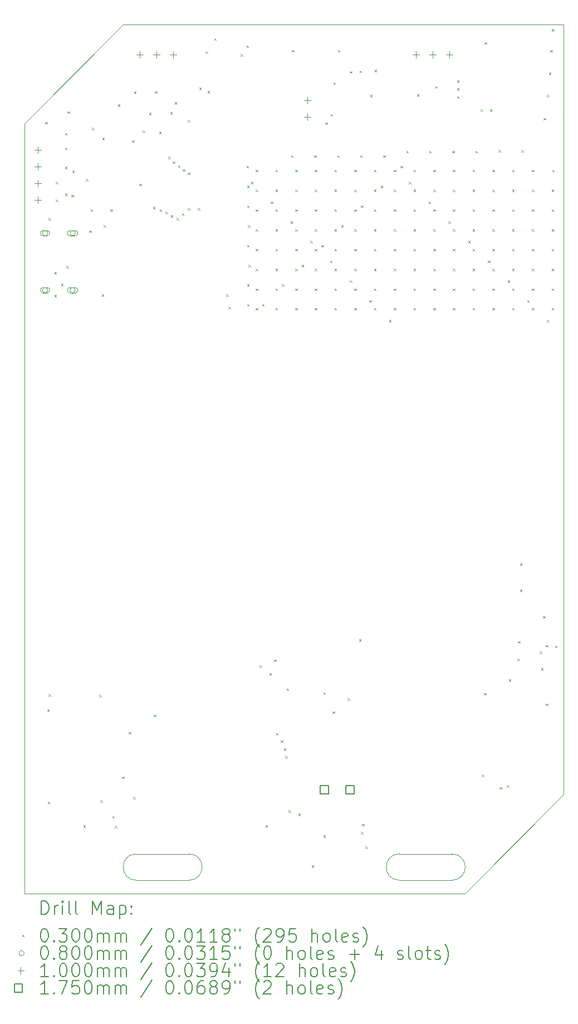
<source format=gbr>
%TF.GenerationSoftware,KiCad,Pcbnew,8.0.3*%
%TF.CreationDate,2024-07-19T04:01:00+08:00*%
%TF.ProjectId,pcb_badge,7063625f-6261-4646-9765-2e6b69636164,rev?*%
%TF.SameCoordinates,Original*%
%TF.FileFunction,Drillmap*%
%TF.FilePolarity,Positive*%
%FSLAX45Y45*%
G04 Gerber Fmt 4.5, Leading zero omitted, Abs format (unit mm)*
G04 Created by KiCad (PCBNEW 8.0.3) date 2024-07-19 04:01:00*
%MOMM*%
%LPD*%
G01*
G04 APERTURE LIST*
%ADD10C,0.100000*%
%ADD11C,0.200000*%
%ADD12C,0.175000*%
G04 APERTURE END LIST*
D10*
X13900000Y-15600000D02*
G75*
G02*
X13900000Y-16000000I0J-200000D01*
G01*
X9100000Y-15600000D02*
X9900000Y-15600000D01*
X8900000Y-3000000D02*
X15600000Y-3000000D01*
X7400000Y-4500000D02*
X7400000Y-16200000D01*
X13100000Y-15600000D02*
X13900000Y-15600000D01*
X13100000Y-16000000D02*
X13900000Y-16000000D01*
X9900000Y-15600000D02*
G75*
G02*
X9900000Y-16000000I0J-200000D01*
G01*
X13100000Y-16000000D02*
G75*
G02*
X13100000Y-15600000I0J200000D01*
G01*
X14100000Y-16200000D02*
X15600000Y-14700000D01*
X9100000Y-16000000D02*
X9900000Y-16000000D01*
X9100000Y-16000000D02*
G75*
G02*
X9100000Y-15600000I0J200000D01*
G01*
X7400000Y-16200000D02*
X14100000Y-16200000D01*
X15600000Y-14700000D02*
X15600000Y-3000000D01*
X8900000Y-3000000D02*
X7400000Y-4500000D01*
D11*
D10*
X7715000Y-4475000D02*
X7745000Y-4505000D01*
X7745000Y-4475000D02*
X7715000Y-4505000D01*
X7745000Y-13405000D02*
X7775000Y-13435000D01*
X7775000Y-13405000D02*
X7745000Y-13435000D01*
X7755000Y-14805000D02*
X7785000Y-14835000D01*
X7785000Y-14805000D02*
X7755000Y-14835000D01*
X7765000Y-5935000D02*
X7795000Y-5965000D01*
X7795000Y-5935000D02*
X7765000Y-5965000D01*
X7765000Y-13175000D02*
X7795000Y-13205000D01*
X7795000Y-13175000D02*
X7765000Y-13205000D01*
X7855000Y-6755000D02*
X7885000Y-6785000D01*
X7885000Y-6755000D02*
X7855000Y-6785000D01*
X7855000Y-7105000D02*
X7885000Y-7135000D01*
X7885000Y-7105000D02*
X7855000Y-7135000D01*
X7875000Y-5385000D02*
X7905000Y-5415000D01*
X7905000Y-5385000D02*
X7875000Y-5415000D01*
X7875000Y-5655000D02*
X7905000Y-5685000D01*
X7905000Y-5655000D02*
X7875000Y-5685000D01*
X7955000Y-6935000D02*
X7985000Y-6965000D01*
X7985000Y-6935000D02*
X7955000Y-6965000D01*
X8015000Y-4645000D02*
X8045000Y-4675000D01*
X8045000Y-4645000D02*
X8015000Y-4675000D01*
X8015000Y-4865000D02*
X8045000Y-4895000D01*
X8045000Y-4865000D02*
X8015000Y-4895000D01*
X8015000Y-5155000D02*
X8045000Y-5185000D01*
X8045000Y-5155000D02*
X8015000Y-5185000D01*
X8015000Y-5565000D02*
X8045000Y-5595000D01*
X8045000Y-5565000D02*
X8015000Y-5595000D01*
X8035000Y-6665000D02*
X8065000Y-6695000D01*
X8065000Y-6665000D02*
X8035000Y-6695000D01*
X8055000Y-4315000D02*
X8085000Y-4345000D01*
X8085000Y-4315000D02*
X8055000Y-4345000D01*
X8115000Y-5585000D02*
X8145000Y-5615000D01*
X8145000Y-5585000D02*
X8115000Y-5615000D01*
X8125000Y-5215000D02*
X8155000Y-5245000D01*
X8155000Y-5215000D02*
X8125000Y-5245000D01*
X8295000Y-15165000D02*
X8325000Y-15195000D01*
X8325000Y-15165000D02*
X8295000Y-15195000D01*
X8335000Y-5345000D02*
X8365000Y-5375000D01*
X8365000Y-5345000D02*
X8335000Y-5375000D01*
X8385000Y-6125000D02*
X8415000Y-6155000D01*
X8415000Y-6125000D02*
X8385000Y-6155000D01*
X8405000Y-5805000D02*
X8435000Y-5835000D01*
X8435000Y-5805000D02*
X8405000Y-5835000D01*
X8425000Y-4565000D02*
X8455000Y-4595000D01*
X8455000Y-4565000D02*
X8425000Y-4595000D01*
X8535000Y-13185000D02*
X8565000Y-13215000D01*
X8565000Y-13185000D02*
X8535000Y-13215000D01*
X8555000Y-14785000D02*
X8585000Y-14815000D01*
X8585000Y-14785000D02*
X8555000Y-14815000D01*
X8575000Y-7095000D02*
X8605000Y-7125000D01*
X8605000Y-7095000D02*
X8575000Y-7125000D01*
X8585000Y-4715000D02*
X8615000Y-4745000D01*
X8615000Y-4715000D02*
X8585000Y-4745000D01*
X8605000Y-6045000D02*
X8635000Y-6075000D01*
X8635000Y-6045000D02*
X8605000Y-6075000D01*
X8705000Y-5805000D02*
X8735000Y-5835000D01*
X8735000Y-5805000D02*
X8705000Y-5835000D01*
X8735000Y-15025000D02*
X8765000Y-15055000D01*
X8765000Y-15025000D02*
X8735000Y-15055000D01*
X8775000Y-15175000D02*
X8805000Y-15205000D01*
X8805000Y-15175000D02*
X8775000Y-15205000D01*
X8820000Y-4210000D02*
X8850000Y-4240000D01*
X8850000Y-4210000D02*
X8820000Y-4240000D01*
X8885000Y-14425000D02*
X8915000Y-14455000D01*
X8915000Y-14425000D02*
X8885000Y-14455000D01*
X8985000Y-13745000D02*
X9015000Y-13775000D01*
X9015000Y-13745000D02*
X8985000Y-13775000D01*
X9035000Y-4755000D02*
X9065000Y-4785000D01*
X9065000Y-4755000D02*
X9035000Y-4785000D01*
X9055000Y-14735000D02*
X9085000Y-14765000D01*
X9085000Y-14735000D02*
X9055000Y-14765000D01*
X9065000Y-4015000D02*
X9095000Y-4045000D01*
X9095000Y-4015000D02*
X9065000Y-4045000D01*
X9145000Y-5415000D02*
X9175000Y-5445000D01*
X9175000Y-5415000D02*
X9145000Y-5445000D01*
X9195000Y-4605000D02*
X9225000Y-4635000D01*
X9225000Y-4605000D02*
X9195000Y-4635000D01*
X9295000Y-4335000D02*
X9325000Y-4365000D01*
X9325000Y-4335000D02*
X9295000Y-4365000D01*
X9355000Y-5765000D02*
X9385000Y-5795000D01*
X9385000Y-5765000D02*
X9355000Y-5795000D01*
X9365000Y-13485000D02*
X9395000Y-13515000D01*
X9395000Y-13485000D02*
X9365000Y-13515000D01*
X9385000Y-4010000D02*
X9415000Y-4040000D01*
X9415000Y-4010000D02*
X9385000Y-4040000D01*
X9445000Y-4625000D02*
X9475000Y-4655000D01*
X9475000Y-4625000D02*
X9445000Y-4655000D01*
X9455000Y-5805000D02*
X9485000Y-5835000D01*
X9485000Y-5805000D02*
X9455000Y-5835000D01*
X9545000Y-5845000D02*
X9575000Y-5875000D01*
X9575000Y-5845000D02*
X9545000Y-5875000D01*
X9585000Y-5005000D02*
X9615000Y-5035000D01*
X9615000Y-5005000D02*
X9585000Y-5035000D01*
X9615000Y-4325000D02*
X9645000Y-4355000D01*
X9645000Y-4325000D02*
X9615000Y-4355000D01*
X9625000Y-5895000D02*
X9655000Y-5925000D01*
X9655000Y-5895000D02*
X9625000Y-5925000D01*
X9655000Y-5075000D02*
X9685000Y-5105000D01*
X9685000Y-5075000D02*
X9655000Y-5105000D01*
X9685000Y-4175000D02*
X9715000Y-4205000D01*
X9715000Y-4175000D02*
X9685000Y-4205000D01*
X9715000Y-5935000D02*
X9745000Y-5965000D01*
X9745000Y-5935000D02*
X9715000Y-5965000D01*
X9735000Y-5135000D02*
X9765000Y-5165000D01*
X9765000Y-5135000D02*
X9735000Y-5165000D01*
X9795000Y-5865000D02*
X9825000Y-5895000D01*
X9825000Y-5865000D02*
X9795000Y-5895000D01*
X9805000Y-5195000D02*
X9835000Y-5225000D01*
X9835000Y-5195000D02*
X9805000Y-5225000D01*
X9885000Y-4445000D02*
X9915000Y-4475000D01*
X9915000Y-4445000D02*
X9885000Y-4475000D01*
X9885000Y-5245000D02*
X9915000Y-5275000D01*
X9915000Y-5245000D02*
X9885000Y-5275000D01*
X9885000Y-5785000D02*
X9915000Y-5815000D01*
X9915000Y-5785000D02*
X9885000Y-5815000D01*
X10035000Y-5785000D02*
X10065000Y-5815000D01*
X10065000Y-5785000D02*
X10035000Y-5815000D01*
X10055000Y-3955000D02*
X10085000Y-3985000D01*
X10085000Y-3955000D02*
X10055000Y-3985000D01*
X10155000Y-3405000D02*
X10185000Y-3435000D01*
X10185000Y-3405000D02*
X10155000Y-3435000D01*
X10185000Y-4005000D02*
X10215000Y-4035000D01*
X10215000Y-4005000D02*
X10185000Y-4035000D01*
X10285000Y-3205000D02*
X10315000Y-3235000D01*
X10315000Y-3205000D02*
X10285000Y-3235000D01*
X10465000Y-7095000D02*
X10495000Y-7125000D01*
X10495000Y-7095000D02*
X10465000Y-7125000D01*
X10505000Y-7285000D02*
X10535000Y-7315000D01*
X10535000Y-7285000D02*
X10505000Y-7315000D01*
X10685000Y-3445000D02*
X10715000Y-3475000D01*
X10715000Y-3445000D02*
X10685000Y-3475000D01*
X10775000Y-3315000D02*
X10805000Y-3345000D01*
X10805000Y-3315000D02*
X10775000Y-3345000D01*
X10775000Y-5145000D02*
X10805000Y-5175000D01*
X10805000Y-5145000D02*
X10775000Y-5175000D01*
X10785000Y-5445000D02*
X10815000Y-5475000D01*
X10815000Y-5445000D02*
X10785000Y-5475000D01*
X10785000Y-5745000D02*
X10815000Y-5775000D01*
X10815000Y-5745000D02*
X10785000Y-5775000D01*
X10785000Y-6345000D02*
X10815000Y-6375000D01*
X10815000Y-6345000D02*
X10785000Y-6375000D01*
X10785000Y-6945000D02*
X10815000Y-6975000D01*
X10815000Y-6945000D02*
X10785000Y-6975000D01*
X10785000Y-7245000D02*
X10815000Y-7275000D01*
X10815000Y-7245000D02*
X10785000Y-7275000D01*
X10795000Y-6045000D02*
X10825000Y-6075000D01*
X10825000Y-6045000D02*
X10795000Y-6075000D01*
X10805000Y-6645000D02*
X10835000Y-6675000D01*
X10835000Y-6645000D02*
X10805000Y-6675000D01*
X10845000Y-5385000D02*
X10875000Y-5415000D01*
X10875000Y-5385000D02*
X10845000Y-5415000D01*
X10915000Y-5205000D02*
X10945000Y-5235000D01*
X10945000Y-5205000D02*
X10915000Y-5235000D01*
X10915000Y-5505000D02*
X10945000Y-5535000D01*
X10945000Y-5505000D02*
X10915000Y-5535000D01*
X10915000Y-5805000D02*
X10945000Y-5835000D01*
X10945000Y-5805000D02*
X10915000Y-5835000D01*
X10915000Y-6105000D02*
X10945000Y-6135000D01*
X10945000Y-6105000D02*
X10915000Y-6135000D01*
X10915000Y-6405000D02*
X10945000Y-6435000D01*
X10945000Y-6405000D02*
X10915000Y-6435000D01*
X10915000Y-6705000D02*
X10945000Y-6735000D01*
X10945000Y-6705000D02*
X10915000Y-6735000D01*
X10915000Y-7005000D02*
X10945000Y-7035000D01*
X10945000Y-7005000D02*
X10915000Y-7035000D01*
X10915000Y-7305000D02*
X10945000Y-7335000D01*
X10945000Y-7305000D02*
X10915000Y-7335000D01*
X10975000Y-12735000D02*
X11005000Y-12765000D01*
X11005000Y-12735000D02*
X10975000Y-12765000D01*
X11015000Y-7245000D02*
X11045000Y-7275000D01*
X11045000Y-7245000D02*
X11015000Y-7275000D01*
X11065000Y-15165000D02*
X11095000Y-15195000D01*
X11095000Y-15165000D02*
X11065000Y-15195000D01*
X11125000Y-12855000D02*
X11155000Y-12885000D01*
X11155000Y-12855000D02*
X11125000Y-12885000D01*
X11145000Y-5685000D02*
X11175000Y-5715000D01*
X11175000Y-5685000D02*
X11145000Y-5715000D01*
X11195000Y-12645000D02*
X11225000Y-12675000D01*
X11225000Y-12645000D02*
X11195000Y-12675000D01*
X11215000Y-5205000D02*
X11245000Y-5235000D01*
X11245000Y-5205000D02*
X11215000Y-5235000D01*
X11215000Y-5505000D02*
X11245000Y-5535000D01*
X11245000Y-5505000D02*
X11215000Y-5535000D01*
X11215000Y-5805000D02*
X11245000Y-5835000D01*
X11245000Y-5805000D02*
X11215000Y-5835000D01*
X11215000Y-6105000D02*
X11245000Y-6135000D01*
X11245000Y-6105000D02*
X11215000Y-6135000D01*
X11215000Y-6405000D02*
X11245000Y-6435000D01*
X11245000Y-6405000D02*
X11215000Y-6435000D01*
X11215000Y-6705000D02*
X11245000Y-6735000D01*
X11245000Y-6705000D02*
X11215000Y-6735000D01*
X11215000Y-7005000D02*
X11245000Y-7035000D01*
X11245000Y-7005000D02*
X11215000Y-7035000D01*
X11215000Y-7305000D02*
X11245000Y-7335000D01*
X11245000Y-7305000D02*
X11215000Y-7335000D01*
X11225000Y-13765000D02*
X11255000Y-13795000D01*
X11255000Y-13765000D02*
X11225000Y-13795000D01*
X11295000Y-13875000D02*
X11325000Y-13905000D01*
X11325000Y-13875000D02*
X11295000Y-13905000D01*
X11315000Y-6945000D02*
X11345000Y-6975000D01*
X11345000Y-6945000D02*
X11315000Y-6975000D01*
X11345000Y-13995000D02*
X11375000Y-14025000D01*
X11375000Y-13995000D02*
X11345000Y-14025000D01*
X11365000Y-14115000D02*
X11395000Y-14145000D01*
X11395000Y-14115000D02*
X11365000Y-14145000D01*
X11385000Y-13085000D02*
X11415000Y-13115000D01*
X11415000Y-13085000D02*
X11385000Y-13115000D01*
X11415000Y-14935000D02*
X11445000Y-14965000D01*
X11445000Y-14935000D02*
X11415000Y-14965000D01*
X11445000Y-5985000D02*
X11475000Y-6015000D01*
X11475000Y-5985000D02*
X11445000Y-6015000D01*
X11455000Y-4985000D02*
X11485000Y-5015000D01*
X11485000Y-4985000D02*
X11455000Y-5015000D01*
X11465000Y-3385000D02*
X11495000Y-3415000D01*
X11495000Y-3385000D02*
X11465000Y-3415000D01*
X11515000Y-5205000D02*
X11545000Y-5235000D01*
X11545000Y-5205000D02*
X11515000Y-5235000D01*
X11515000Y-5505000D02*
X11545000Y-5535000D01*
X11545000Y-5505000D02*
X11515000Y-5535000D01*
X11515000Y-5805000D02*
X11545000Y-5835000D01*
X11545000Y-5805000D02*
X11515000Y-5835000D01*
X11515000Y-6105000D02*
X11545000Y-6135000D01*
X11545000Y-6105000D02*
X11515000Y-6135000D01*
X11515000Y-6405000D02*
X11545000Y-6435000D01*
X11545000Y-6405000D02*
X11515000Y-6435000D01*
X11515000Y-6705000D02*
X11545000Y-6735000D01*
X11545000Y-6705000D02*
X11515000Y-6735000D01*
X11515000Y-7005000D02*
X11545000Y-7035000D01*
X11545000Y-7005000D02*
X11515000Y-7035000D01*
X11515000Y-7305000D02*
X11545000Y-7335000D01*
X11545000Y-7305000D02*
X11515000Y-7335000D01*
X11565000Y-14985000D02*
X11595000Y-15015000D01*
X11595000Y-14985000D02*
X11565000Y-15015000D01*
X11615000Y-6645000D02*
X11645000Y-6675000D01*
X11645000Y-6645000D02*
X11615000Y-6675000D01*
X11745000Y-6285000D02*
X11775000Y-6315000D01*
X11775000Y-6285000D02*
X11745000Y-6315000D01*
X11765000Y-15775000D02*
X11795000Y-15805000D01*
X11795000Y-15775000D02*
X11765000Y-15805000D01*
X11805000Y-4985000D02*
X11835000Y-5015000D01*
X11835000Y-4985000D02*
X11805000Y-5015000D01*
X11815000Y-5205000D02*
X11845000Y-5235000D01*
X11845000Y-5205000D02*
X11815000Y-5235000D01*
X11815000Y-5505000D02*
X11845000Y-5535000D01*
X11845000Y-5505000D02*
X11815000Y-5535000D01*
X11815000Y-5805000D02*
X11845000Y-5835000D01*
X11845000Y-5805000D02*
X11815000Y-5835000D01*
X11815000Y-6105000D02*
X11845000Y-6135000D01*
X11845000Y-6105000D02*
X11815000Y-6135000D01*
X11815000Y-6405000D02*
X11845000Y-6435000D01*
X11845000Y-6405000D02*
X11815000Y-6435000D01*
X11815000Y-6705000D02*
X11845000Y-6735000D01*
X11845000Y-6705000D02*
X11815000Y-6735000D01*
X11815000Y-7005000D02*
X11845000Y-7035000D01*
X11845000Y-7005000D02*
X11815000Y-7035000D01*
X11815000Y-7305000D02*
X11845000Y-7335000D01*
X11845000Y-7305000D02*
X11815000Y-7335000D01*
X11915000Y-6345000D02*
X11945000Y-6375000D01*
X11945000Y-6345000D02*
X11915000Y-6375000D01*
X11945000Y-13145000D02*
X11975000Y-13175000D01*
X11975000Y-13145000D02*
X11945000Y-13175000D01*
X11945000Y-15315000D02*
X11975000Y-15345000D01*
X11975000Y-15315000D02*
X11945000Y-15345000D01*
X11975000Y-4485000D02*
X12005000Y-4515000D01*
X12005000Y-4485000D02*
X11975000Y-4515000D01*
X12045000Y-6585000D02*
X12075000Y-6615000D01*
X12075000Y-6585000D02*
X12045000Y-6615000D01*
X12055000Y-4355000D02*
X12085000Y-4385000D01*
X12085000Y-4355000D02*
X12055000Y-4385000D01*
X12085000Y-13435000D02*
X12115000Y-13465000D01*
X12115000Y-13435000D02*
X12085000Y-13465000D01*
X12095000Y-3875000D02*
X12125000Y-3905000D01*
X12125000Y-3875000D02*
X12095000Y-3905000D01*
X12115000Y-5205000D02*
X12145000Y-5235000D01*
X12145000Y-5205000D02*
X12115000Y-5235000D01*
X12115000Y-5505000D02*
X12145000Y-5535000D01*
X12145000Y-5505000D02*
X12115000Y-5535000D01*
X12115000Y-5805000D02*
X12145000Y-5835000D01*
X12145000Y-5805000D02*
X12115000Y-5835000D01*
X12115000Y-6105000D02*
X12145000Y-6135000D01*
X12145000Y-6105000D02*
X12115000Y-6135000D01*
X12115000Y-6405000D02*
X12145000Y-6435000D01*
X12145000Y-6405000D02*
X12115000Y-6435000D01*
X12115000Y-6705000D02*
X12145000Y-6735000D01*
X12145000Y-6705000D02*
X12115000Y-6735000D01*
X12115000Y-7005000D02*
X12145000Y-7035000D01*
X12145000Y-7005000D02*
X12115000Y-7035000D01*
X12115000Y-7305000D02*
X12145000Y-7335000D01*
X12145000Y-7305000D02*
X12115000Y-7335000D01*
X12155000Y-4985000D02*
X12185000Y-5015000D01*
X12185000Y-4985000D02*
X12155000Y-5015000D01*
X12165000Y-3385000D02*
X12195000Y-3415000D01*
X12195000Y-3385000D02*
X12165000Y-3415000D01*
X12215000Y-6045000D02*
X12245000Y-6075000D01*
X12245000Y-6045000D02*
X12215000Y-6075000D01*
X12315000Y-13235000D02*
X12345000Y-13265000D01*
X12345000Y-13235000D02*
X12315000Y-13265000D01*
X12345000Y-3705000D02*
X12375000Y-3735000D01*
X12375000Y-3705000D02*
X12345000Y-3735000D01*
X12345000Y-6885000D02*
X12375000Y-6915000D01*
X12375000Y-6885000D02*
X12345000Y-6915000D01*
X12415000Y-5205000D02*
X12445000Y-5235000D01*
X12445000Y-5205000D02*
X12415000Y-5235000D01*
X12415000Y-5505000D02*
X12445000Y-5535000D01*
X12445000Y-5505000D02*
X12415000Y-5535000D01*
X12415000Y-5805000D02*
X12445000Y-5835000D01*
X12445000Y-5805000D02*
X12415000Y-5835000D01*
X12415000Y-6105000D02*
X12445000Y-6135000D01*
X12445000Y-6105000D02*
X12415000Y-6135000D01*
X12415000Y-6405000D02*
X12445000Y-6435000D01*
X12445000Y-6405000D02*
X12415000Y-6435000D01*
X12415000Y-6705000D02*
X12445000Y-6735000D01*
X12445000Y-6705000D02*
X12415000Y-6735000D01*
X12415000Y-7005000D02*
X12445000Y-7035000D01*
X12445000Y-7005000D02*
X12415000Y-7035000D01*
X12415000Y-7305000D02*
X12445000Y-7335000D01*
X12445000Y-7305000D02*
X12415000Y-7335000D01*
X12485000Y-12335000D02*
X12515000Y-12365000D01*
X12515000Y-12335000D02*
X12485000Y-12365000D01*
X12495000Y-3695000D02*
X12525000Y-3725000D01*
X12525000Y-3695000D02*
X12495000Y-3725000D01*
X12505000Y-4985000D02*
X12535000Y-5015000D01*
X12535000Y-4985000D02*
X12505000Y-5015000D01*
X12515000Y-15265000D02*
X12545000Y-15295000D01*
X12545000Y-15265000D02*
X12515000Y-15295000D01*
X12515000Y-5745000D02*
X12545000Y-5775000D01*
X12545000Y-5745000D02*
X12515000Y-5775000D01*
X12535000Y-15145000D02*
X12565000Y-15175000D01*
X12565000Y-15145000D02*
X12535000Y-15175000D01*
X12585000Y-15485000D02*
X12615000Y-15515000D01*
X12615000Y-15485000D02*
X12585000Y-15515000D01*
X12645000Y-7185000D02*
X12675000Y-7215000D01*
X12675000Y-7185000D02*
X12645000Y-7215000D01*
X12655000Y-4065000D02*
X12685000Y-4095000D01*
X12685000Y-4065000D02*
X12655000Y-4095000D01*
X12715000Y-5205000D02*
X12745000Y-5235000D01*
X12745000Y-5205000D02*
X12715000Y-5235000D01*
X12715000Y-5505000D02*
X12745000Y-5535000D01*
X12745000Y-5505000D02*
X12715000Y-5535000D01*
X12715000Y-5805000D02*
X12745000Y-5835000D01*
X12745000Y-5805000D02*
X12715000Y-5835000D01*
X12715000Y-6105000D02*
X12745000Y-6135000D01*
X12745000Y-6105000D02*
X12715000Y-6135000D01*
X12715000Y-6405000D02*
X12745000Y-6435000D01*
X12745000Y-6405000D02*
X12715000Y-6435000D01*
X12715000Y-6705000D02*
X12745000Y-6735000D01*
X12745000Y-6705000D02*
X12715000Y-6735000D01*
X12715000Y-7005000D02*
X12745000Y-7035000D01*
X12745000Y-7005000D02*
X12715000Y-7035000D01*
X12715000Y-7305000D02*
X12745000Y-7335000D01*
X12745000Y-7305000D02*
X12715000Y-7335000D01*
X12725000Y-3685000D02*
X12755000Y-3715000D01*
X12755000Y-3685000D02*
X12725000Y-3715000D01*
X12815000Y-5445000D02*
X12845000Y-5475000D01*
X12845000Y-5445000D02*
X12815000Y-5475000D01*
X12855000Y-4985000D02*
X12885000Y-5015000D01*
X12885000Y-4985000D02*
X12855000Y-5015000D01*
X12945000Y-7485000D02*
X12975000Y-7515000D01*
X12975000Y-7485000D02*
X12945000Y-7515000D01*
X13015000Y-5205000D02*
X13045000Y-5235000D01*
X13045000Y-5205000D02*
X13015000Y-5235000D01*
X13015000Y-5505000D02*
X13045000Y-5535000D01*
X13045000Y-5505000D02*
X13015000Y-5535000D01*
X13015000Y-5805000D02*
X13045000Y-5835000D01*
X13045000Y-5805000D02*
X13015000Y-5835000D01*
X13015000Y-6105000D02*
X13045000Y-6135000D01*
X13045000Y-6105000D02*
X13015000Y-6135000D01*
X13015000Y-6405000D02*
X13045000Y-6435000D01*
X13045000Y-6405000D02*
X13015000Y-6435000D01*
X13015000Y-6705000D02*
X13045000Y-6735000D01*
X13045000Y-6705000D02*
X13015000Y-6735000D01*
X13015000Y-7005000D02*
X13045000Y-7035000D01*
X13045000Y-7005000D02*
X13015000Y-7035000D01*
X13015000Y-7305000D02*
X13045000Y-7335000D01*
X13045000Y-7305000D02*
X13015000Y-7335000D01*
X13115000Y-5145000D02*
X13145000Y-5175000D01*
X13145000Y-5145000D02*
X13115000Y-5175000D01*
X13205000Y-4915000D02*
X13235000Y-4945000D01*
X13235000Y-4915000D02*
X13205000Y-4945000D01*
X13245000Y-5385000D02*
X13275000Y-5415000D01*
X13275000Y-5385000D02*
X13245000Y-5415000D01*
X13315000Y-5205000D02*
X13345000Y-5235000D01*
X13345000Y-5205000D02*
X13315000Y-5235000D01*
X13315000Y-5505000D02*
X13345000Y-5535000D01*
X13345000Y-5505000D02*
X13315000Y-5535000D01*
X13315000Y-5805000D02*
X13345000Y-5835000D01*
X13345000Y-5805000D02*
X13315000Y-5835000D01*
X13315000Y-6105000D02*
X13345000Y-6135000D01*
X13345000Y-6105000D02*
X13315000Y-6135000D01*
X13315000Y-6405000D02*
X13345000Y-6435000D01*
X13345000Y-6405000D02*
X13315000Y-6435000D01*
X13315000Y-6705000D02*
X13345000Y-6735000D01*
X13345000Y-6705000D02*
X13315000Y-6735000D01*
X13315000Y-7005000D02*
X13345000Y-7035000D01*
X13345000Y-7005000D02*
X13315000Y-7035000D01*
X13315000Y-7305000D02*
X13345000Y-7335000D01*
X13345000Y-7305000D02*
X13315000Y-7335000D01*
X13365000Y-4055000D02*
X13395000Y-4085000D01*
X13395000Y-4055000D02*
X13365000Y-4085000D01*
X13545000Y-5685000D02*
X13575000Y-5715000D01*
X13575000Y-5685000D02*
X13545000Y-5715000D01*
X13555000Y-4915000D02*
X13585000Y-4945000D01*
X13585000Y-4915000D02*
X13555000Y-4945000D01*
X13615000Y-5205000D02*
X13645000Y-5235000D01*
X13645000Y-5205000D02*
X13615000Y-5235000D01*
X13615000Y-5505000D02*
X13645000Y-5535000D01*
X13645000Y-5505000D02*
X13615000Y-5535000D01*
X13615000Y-5805000D02*
X13645000Y-5835000D01*
X13645000Y-5805000D02*
X13615000Y-5835000D01*
X13615000Y-6105000D02*
X13645000Y-6135000D01*
X13645000Y-6105000D02*
X13615000Y-6135000D01*
X13615000Y-6405000D02*
X13645000Y-6435000D01*
X13645000Y-6405000D02*
X13615000Y-6435000D01*
X13615000Y-6705000D02*
X13645000Y-6735000D01*
X13645000Y-6705000D02*
X13615000Y-6735000D01*
X13615000Y-7005000D02*
X13645000Y-7035000D01*
X13645000Y-7005000D02*
X13615000Y-7035000D01*
X13615000Y-7305000D02*
X13645000Y-7335000D01*
X13645000Y-7305000D02*
X13615000Y-7335000D01*
X13645000Y-3935000D02*
X13675000Y-3965000D01*
X13675000Y-3935000D02*
X13645000Y-3965000D01*
X13845000Y-5985000D02*
X13875000Y-6015000D01*
X13875000Y-5985000D02*
X13845000Y-6015000D01*
X13905000Y-4915000D02*
X13935000Y-4945000D01*
X13935000Y-4915000D02*
X13905000Y-4945000D01*
X13915000Y-5205000D02*
X13945000Y-5235000D01*
X13945000Y-5205000D02*
X13915000Y-5235000D01*
X13915000Y-5505000D02*
X13945000Y-5535000D01*
X13945000Y-5505000D02*
X13915000Y-5535000D01*
X13915000Y-5805000D02*
X13945000Y-5835000D01*
X13945000Y-5805000D02*
X13915000Y-5835000D01*
X13915000Y-6105000D02*
X13945000Y-6135000D01*
X13945000Y-6105000D02*
X13915000Y-6135000D01*
X13915000Y-6405000D02*
X13945000Y-6435000D01*
X13945000Y-6405000D02*
X13915000Y-6435000D01*
X13915000Y-6705000D02*
X13945000Y-6735000D01*
X13945000Y-6705000D02*
X13915000Y-6735000D01*
X13915000Y-7005000D02*
X13945000Y-7035000D01*
X13945000Y-7005000D02*
X13915000Y-7035000D01*
X13915000Y-7305000D02*
X13945000Y-7335000D01*
X13945000Y-7305000D02*
X13915000Y-7335000D01*
X13975000Y-3845000D02*
X14005000Y-3875000D01*
X14005000Y-3845000D02*
X13975000Y-3875000D01*
X13975000Y-3965000D02*
X14005000Y-3995000D01*
X14005000Y-3965000D02*
X13975000Y-3995000D01*
X13975000Y-4085000D02*
X14005000Y-4115000D01*
X14005000Y-4085000D02*
X13975000Y-4115000D01*
X14145000Y-6285000D02*
X14175000Y-6315000D01*
X14175000Y-6285000D02*
X14145000Y-6315000D01*
X14215000Y-5205000D02*
X14245000Y-5235000D01*
X14245000Y-5205000D02*
X14215000Y-5235000D01*
X14215000Y-5505000D02*
X14245000Y-5535000D01*
X14245000Y-5505000D02*
X14215000Y-5535000D01*
X14215000Y-5805000D02*
X14245000Y-5835000D01*
X14245000Y-5805000D02*
X14215000Y-5835000D01*
X14215000Y-6105000D02*
X14245000Y-6135000D01*
X14245000Y-6105000D02*
X14215000Y-6135000D01*
X14215000Y-6405000D02*
X14245000Y-6435000D01*
X14245000Y-6405000D02*
X14215000Y-6435000D01*
X14215000Y-6705000D02*
X14245000Y-6735000D01*
X14245000Y-6705000D02*
X14215000Y-6735000D01*
X14215000Y-7005000D02*
X14245000Y-7035000D01*
X14245000Y-7005000D02*
X14215000Y-7035000D01*
X14215000Y-7305000D02*
X14245000Y-7335000D01*
X14245000Y-7305000D02*
X14215000Y-7335000D01*
X14255000Y-4915000D02*
X14285000Y-4945000D01*
X14285000Y-4915000D02*
X14255000Y-4945000D01*
X14335000Y-4285000D02*
X14365000Y-4315000D01*
X14365000Y-4285000D02*
X14335000Y-4315000D01*
X14355000Y-14395000D02*
X14385000Y-14425000D01*
X14385000Y-14395000D02*
X14355000Y-14425000D01*
X14385000Y-13155000D02*
X14415000Y-13185000D01*
X14415000Y-13155000D02*
X14385000Y-13185000D01*
X14395000Y-3265000D02*
X14425000Y-3295000D01*
X14425000Y-3265000D02*
X14395000Y-3295000D01*
X14445000Y-6585000D02*
X14475000Y-6615000D01*
X14475000Y-6585000D02*
X14445000Y-6615000D01*
X14475000Y-4285000D02*
X14505000Y-4315000D01*
X14505000Y-4285000D02*
X14475000Y-4315000D01*
X14515000Y-5205000D02*
X14545000Y-5235000D01*
X14545000Y-5205000D02*
X14515000Y-5235000D01*
X14515000Y-5505000D02*
X14545000Y-5535000D01*
X14545000Y-5505000D02*
X14515000Y-5535000D01*
X14515000Y-5805000D02*
X14545000Y-5835000D01*
X14545000Y-5805000D02*
X14515000Y-5835000D01*
X14515000Y-6105000D02*
X14545000Y-6135000D01*
X14545000Y-6105000D02*
X14515000Y-6135000D01*
X14515000Y-6405000D02*
X14545000Y-6435000D01*
X14545000Y-6405000D02*
X14515000Y-6435000D01*
X14515000Y-6705000D02*
X14545000Y-6735000D01*
X14545000Y-6705000D02*
X14515000Y-6735000D01*
X14515000Y-7005000D02*
X14545000Y-7035000D01*
X14545000Y-7005000D02*
X14515000Y-7035000D01*
X14515000Y-7305000D02*
X14545000Y-7335000D01*
X14545000Y-7305000D02*
X14515000Y-7335000D01*
X14605000Y-4905000D02*
X14635000Y-4935000D01*
X14635000Y-4905000D02*
X14605000Y-4935000D01*
X14625000Y-14585000D02*
X14655000Y-14615000D01*
X14655000Y-14585000D02*
X14625000Y-14615000D01*
X14735000Y-14555000D02*
X14765000Y-14585000D01*
X14765000Y-14555000D02*
X14735000Y-14585000D01*
X14745000Y-6885000D02*
X14775000Y-6915000D01*
X14775000Y-6885000D02*
X14745000Y-6915000D01*
X14765000Y-12945000D02*
X14795000Y-12975000D01*
X14795000Y-12945000D02*
X14765000Y-12975000D01*
X14815000Y-5205000D02*
X14845000Y-5235000D01*
X14845000Y-5205000D02*
X14815000Y-5235000D01*
X14815000Y-5505000D02*
X14845000Y-5535000D01*
X14845000Y-5505000D02*
X14815000Y-5535000D01*
X14815000Y-5805000D02*
X14845000Y-5835000D01*
X14845000Y-5805000D02*
X14815000Y-5835000D01*
X14815000Y-6105000D02*
X14845000Y-6135000D01*
X14845000Y-6105000D02*
X14815000Y-6135000D01*
X14815000Y-6405000D02*
X14845000Y-6435000D01*
X14845000Y-6405000D02*
X14815000Y-6435000D01*
X14815000Y-6705000D02*
X14845000Y-6735000D01*
X14845000Y-6705000D02*
X14815000Y-6735000D01*
X14815000Y-7005000D02*
X14845000Y-7035000D01*
X14845000Y-7005000D02*
X14815000Y-7035000D01*
X14815000Y-7305000D02*
X14845000Y-7335000D01*
X14845000Y-7305000D02*
X14815000Y-7335000D01*
X14895000Y-12635000D02*
X14925000Y-12665000D01*
X14925000Y-12635000D02*
X14895000Y-12665000D01*
X14905000Y-12365000D02*
X14935000Y-12395000D01*
X14935000Y-12365000D02*
X14905000Y-12395000D01*
X14935000Y-11185000D02*
X14965000Y-11215000D01*
X14965000Y-11185000D02*
X14935000Y-11215000D01*
X14935000Y-11585000D02*
X14965000Y-11615000D01*
X14965000Y-11585000D02*
X14935000Y-11615000D01*
X14955000Y-4905000D02*
X14985000Y-4935000D01*
X14985000Y-4905000D02*
X14955000Y-4935000D01*
X15045000Y-7185000D02*
X15075000Y-7215000D01*
X15075000Y-7185000D02*
X15045000Y-7215000D01*
X15115000Y-5205000D02*
X15145000Y-5235000D01*
X15145000Y-5205000D02*
X15115000Y-5235000D01*
X15115000Y-5505000D02*
X15145000Y-5535000D01*
X15145000Y-5505000D02*
X15115000Y-5535000D01*
X15115000Y-5805000D02*
X15145000Y-5835000D01*
X15145000Y-5805000D02*
X15115000Y-5835000D01*
X15115000Y-6105000D02*
X15145000Y-6135000D01*
X15145000Y-6105000D02*
X15115000Y-6135000D01*
X15115000Y-6405000D02*
X15145000Y-6435000D01*
X15145000Y-6405000D02*
X15115000Y-6435000D01*
X15115000Y-6705000D02*
X15145000Y-6735000D01*
X15145000Y-6705000D02*
X15115000Y-6735000D01*
X15115000Y-7005000D02*
X15145000Y-7035000D01*
X15145000Y-7005000D02*
X15115000Y-7035000D01*
X15115000Y-7305000D02*
X15145000Y-7335000D01*
X15145000Y-7305000D02*
X15115000Y-7335000D01*
X15235000Y-12525000D02*
X15265000Y-12555000D01*
X15265000Y-12525000D02*
X15235000Y-12555000D01*
X15255000Y-12775000D02*
X15285000Y-12805000D01*
X15285000Y-12775000D02*
X15255000Y-12805000D01*
X15285000Y-11985000D02*
X15315000Y-12015000D01*
X15315000Y-11985000D02*
X15285000Y-12015000D01*
X15295000Y-4415000D02*
X15325000Y-4445000D01*
X15325000Y-4415000D02*
X15295000Y-4445000D01*
X15325000Y-12425000D02*
X15355000Y-12455000D01*
X15355000Y-12425000D02*
X15325000Y-12455000D01*
X15325000Y-13315000D02*
X15355000Y-13345000D01*
X15355000Y-13315000D02*
X15325000Y-13345000D01*
X15345000Y-4065000D02*
X15375000Y-4095000D01*
X15375000Y-4065000D02*
X15345000Y-4095000D01*
X15345000Y-7485000D02*
X15375000Y-7515000D01*
X15375000Y-7485000D02*
X15345000Y-7515000D01*
X15375000Y-3725000D02*
X15405000Y-3755000D01*
X15405000Y-3725000D02*
X15375000Y-3755000D01*
X15395000Y-3385000D02*
X15425000Y-3415000D01*
X15425000Y-3385000D02*
X15395000Y-3415000D01*
X15415000Y-3065000D02*
X15445000Y-3095000D01*
X15445000Y-3065000D02*
X15415000Y-3095000D01*
X15415000Y-5505000D02*
X15445000Y-5535000D01*
X15445000Y-5505000D02*
X15415000Y-5535000D01*
X15415000Y-5805000D02*
X15445000Y-5835000D01*
X15445000Y-5805000D02*
X15415000Y-5835000D01*
X15415000Y-6105000D02*
X15445000Y-6135000D01*
X15445000Y-6105000D02*
X15415000Y-6135000D01*
X15415000Y-6405000D02*
X15445000Y-6435000D01*
X15445000Y-6405000D02*
X15415000Y-6435000D01*
X15415000Y-6705000D02*
X15445000Y-6735000D01*
X15445000Y-6705000D02*
X15415000Y-6735000D01*
X15415000Y-7005000D02*
X15445000Y-7035000D01*
X15445000Y-7005000D02*
X15415000Y-7035000D01*
X15415000Y-7305000D02*
X15445000Y-7335000D01*
X15445000Y-7305000D02*
X15415000Y-7335000D01*
X15425000Y-5205000D02*
X15455000Y-5235000D01*
X15455000Y-5205000D02*
X15425000Y-5235000D01*
X15465000Y-12435000D02*
X15495000Y-12465000D01*
X15495000Y-12435000D02*
X15465000Y-12465000D01*
X7753000Y-6167000D02*
G75*
G02*
X7673000Y-6167000I-40000J0D01*
G01*
X7673000Y-6167000D02*
G75*
G02*
X7753000Y-6167000I40000J0D01*
G01*
X7683000Y-6207000D02*
X7743000Y-6207000D01*
X7743000Y-6127000D02*
G75*
G02*
X7743000Y-6207000I0J-40000D01*
G01*
X7743000Y-6127000D02*
X7683000Y-6127000D01*
X7683000Y-6127000D02*
G75*
G03*
X7683000Y-6207000I0J-40000D01*
G01*
X7753000Y-7033000D02*
G75*
G02*
X7673000Y-7033000I-40000J0D01*
G01*
X7673000Y-7033000D02*
G75*
G02*
X7753000Y-7033000I40000J0D01*
G01*
X7683000Y-7073000D02*
X7743000Y-7073000D01*
X7743000Y-6993000D02*
G75*
G02*
X7743000Y-7073000I0J-40000D01*
G01*
X7743000Y-6993000D02*
X7683000Y-6993000D01*
X7683000Y-6993000D02*
G75*
G03*
X7683000Y-7073000I0J-40000D01*
G01*
X8171000Y-6167000D02*
G75*
G02*
X8091000Y-6167000I-40000J0D01*
G01*
X8091000Y-6167000D02*
G75*
G02*
X8171000Y-6167000I40000J0D01*
G01*
X8091001Y-6207000D02*
X8170999Y-6207000D01*
X8170999Y-6127000D02*
G75*
G02*
X8170999Y-6207000I0J-40000D01*
G01*
X8170999Y-6127000D02*
X8091001Y-6127000D01*
X8091001Y-6127000D02*
G75*
G03*
X8091001Y-6207000I0J-40000D01*
G01*
X8171000Y-7033000D02*
G75*
G02*
X8091000Y-7033000I-40000J0D01*
G01*
X8091000Y-7033000D02*
G75*
G02*
X8171000Y-7033000I40000J0D01*
G01*
X8090999Y-7073000D02*
X8171001Y-7073000D01*
X8171001Y-6993000D02*
G75*
G02*
X8171001Y-7073000I0J-40000D01*
G01*
X8171001Y-6993000D02*
X8090999Y-6993000D01*
X8090999Y-6993000D02*
G75*
G03*
X8090999Y-7073000I0J-40000D01*
G01*
X7600000Y-4850000D02*
X7600000Y-4950000D01*
X7550000Y-4900000D02*
X7650000Y-4900000D01*
X7600000Y-5104000D02*
X7600000Y-5204000D01*
X7550000Y-5154000D02*
X7650000Y-5154000D01*
X7600000Y-5358000D02*
X7600000Y-5458000D01*
X7550000Y-5408000D02*
X7650000Y-5408000D01*
X7600000Y-5612000D02*
X7600000Y-5712000D01*
X7550000Y-5662000D02*
X7650000Y-5662000D01*
X9150000Y-3400000D02*
X9150000Y-3500000D01*
X9100000Y-3450000D02*
X9200000Y-3450000D01*
X9404000Y-3400000D02*
X9404000Y-3500000D01*
X9354000Y-3450000D02*
X9454000Y-3450000D01*
X9658000Y-3400000D02*
X9658000Y-3500000D01*
X9608000Y-3450000D02*
X9708000Y-3450000D01*
X11700000Y-4096000D02*
X11700000Y-4196000D01*
X11650000Y-4146000D02*
X11750000Y-4146000D01*
X11700000Y-4350000D02*
X11700000Y-4450000D01*
X11650000Y-4400000D02*
X11750000Y-4400000D01*
X13350000Y-3400000D02*
X13350000Y-3500000D01*
X13300000Y-3450000D02*
X13400000Y-3450000D01*
X13604000Y-3400000D02*
X13604000Y-3500000D01*
X13554000Y-3450000D02*
X13654000Y-3450000D01*
X13858000Y-3400000D02*
X13858000Y-3500000D01*
X13808000Y-3450000D02*
X13908000Y-3450000D01*
D12*
X12021122Y-14686872D02*
X12021122Y-14563128D01*
X11897378Y-14563128D01*
X11897378Y-14686872D01*
X12021122Y-14686872D01*
X12409122Y-14686872D02*
X12409122Y-14563128D01*
X12285378Y-14563128D01*
X12285378Y-14686872D01*
X12409122Y-14686872D01*
D11*
X7655777Y-16516484D02*
X7655777Y-16316484D01*
X7655777Y-16316484D02*
X7703396Y-16316484D01*
X7703396Y-16316484D02*
X7731967Y-16326008D01*
X7731967Y-16326008D02*
X7751015Y-16345055D01*
X7751015Y-16345055D02*
X7760539Y-16364103D01*
X7760539Y-16364103D02*
X7770063Y-16402198D01*
X7770063Y-16402198D02*
X7770063Y-16430769D01*
X7770063Y-16430769D02*
X7760539Y-16468865D01*
X7760539Y-16468865D02*
X7751015Y-16487912D01*
X7751015Y-16487912D02*
X7731967Y-16506960D01*
X7731967Y-16506960D02*
X7703396Y-16516484D01*
X7703396Y-16516484D02*
X7655777Y-16516484D01*
X7855777Y-16516484D02*
X7855777Y-16383150D01*
X7855777Y-16421246D02*
X7865301Y-16402198D01*
X7865301Y-16402198D02*
X7874825Y-16392674D01*
X7874825Y-16392674D02*
X7893872Y-16383150D01*
X7893872Y-16383150D02*
X7912920Y-16383150D01*
X7979586Y-16516484D02*
X7979586Y-16383150D01*
X7979586Y-16316484D02*
X7970063Y-16326008D01*
X7970063Y-16326008D02*
X7979586Y-16335531D01*
X7979586Y-16335531D02*
X7989110Y-16326008D01*
X7989110Y-16326008D02*
X7979586Y-16316484D01*
X7979586Y-16316484D02*
X7979586Y-16335531D01*
X8103396Y-16516484D02*
X8084348Y-16506960D01*
X8084348Y-16506960D02*
X8074825Y-16487912D01*
X8074825Y-16487912D02*
X8074825Y-16316484D01*
X8208158Y-16516484D02*
X8189110Y-16506960D01*
X8189110Y-16506960D02*
X8179586Y-16487912D01*
X8179586Y-16487912D02*
X8179586Y-16316484D01*
X8436729Y-16516484D02*
X8436729Y-16316484D01*
X8436729Y-16316484D02*
X8503396Y-16459341D01*
X8503396Y-16459341D02*
X8570063Y-16316484D01*
X8570063Y-16316484D02*
X8570063Y-16516484D01*
X8751015Y-16516484D02*
X8751015Y-16411722D01*
X8751015Y-16411722D02*
X8741491Y-16392674D01*
X8741491Y-16392674D02*
X8722444Y-16383150D01*
X8722444Y-16383150D02*
X8684348Y-16383150D01*
X8684348Y-16383150D02*
X8665301Y-16392674D01*
X8751015Y-16506960D02*
X8731968Y-16516484D01*
X8731968Y-16516484D02*
X8684348Y-16516484D01*
X8684348Y-16516484D02*
X8665301Y-16506960D01*
X8665301Y-16506960D02*
X8655777Y-16487912D01*
X8655777Y-16487912D02*
X8655777Y-16468865D01*
X8655777Y-16468865D02*
X8665301Y-16449817D01*
X8665301Y-16449817D02*
X8684348Y-16440293D01*
X8684348Y-16440293D02*
X8731968Y-16440293D01*
X8731968Y-16440293D02*
X8751015Y-16430769D01*
X8846253Y-16383150D02*
X8846253Y-16583150D01*
X8846253Y-16392674D02*
X8865301Y-16383150D01*
X8865301Y-16383150D02*
X8903396Y-16383150D01*
X8903396Y-16383150D02*
X8922444Y-16392674D01*
X8922444Y-16392674D02*
X8931968Y-16402198D01*
X8931968Y-16402198D02*
X8941491Y-16421246D01*
X8941491Y-16421246D02*
X8941491Y-16478388D01*
X8941491Y-16478388D02*
X8931968Y-16497436D01*
X8931968Y-16497436D02*
X8922444Y-16506960D01*
X8922444Y-16506960D02*
X8903396Y-16516484D01*
X8903396Y-16516484D02*
X8865301Y-16516484D01*
X8865301Y-16516484D02*
X8846253Y-16506960D01*
X9027206Y-16497436D02*
X9036729Y-16506960D01*
X9036729Y-16506960D02*
X9027206Y-16516484D01*
X9027206Y-16516484D02*
X9017682Y-16506960D01*
X9017682Y-16506960D02*
X9027206Y-16497436D01*
X9027206Y-16497436D02*
X9027206Y-16516484D01*
X9027206Y-16392674D02*
X9036729Y-16402198D01*
X9036729Y-16402198D02*
X9027206Y-16411722D01*
X9027206Y-16411722D02*
X9017682Y-16402198D01*
X9017682Y-16402198D02*
X9027206Y-16392674D01*
X9027206Y-16392674D02*
X9027206Y-16411722D01*
D10*
X7365000Y-16830000D02*
X7395000Y-16860000D01*
X7395000Y-16830000D02*
X7365000Y-16860000D01*
D11*
X7693872Y-16736484D02*
X7712920Y-16736484D01*
X7712920Y-16736484D02*
X7731967Y-16746008D01*
X7731967Y-16746008D02*
X7741491Y-16755531D01*
X7741491Y-16755531D02*
X7751015Y-16774579D01*
X7751015Y-16774579D02*
X7760539Y-16812674D01*
X7760539Y-16812674D02*
X7760539Y-16860293D01*
X7760539Y-16860293D02*
X7751015Y-16898389D01*
X7751015Y-16898389D02*
X7741491Y-16917436D01*
X7741491Y-16917436D02*
X7731967Y-16926960D01*
X7731967Y-16926960D02*
X7712920Y-16936484D01*
X7712920Y-16936484D02*
X7693872Y-16936484D01*
X7693872Y-16936484D02*
X7674825Y-16926960D01*
X7674825Y-16926960D02*
X7665301Y-16917436D01*
X7665301Y-16917436D02*
X7655777Y-16898389D01*
X7655777Y-16898389D02*
X7646253Y-16860293D01*
X7646253Y-16860293D02*
X7646253Y-16812674D01*
X7646253Y-16812674D02*
X7655777Y-16774579D01*
X7655777Y-16774579D02*
X7665301Y-16755531D01*
X7665301Y-16755531D02*
X7674825Y-16746008D01*
X7674825Y-16746008D02*
X7693872Y-16736484D01*
X7846253Y-16917436D02*
X7855777Y-16926960D01*
X7855777Y-16926960D02*
X7846253Y-16936484D01*
X7846253Y-16936484D02*
X7836729Y-16926960D01*
X7836729Y-16926960D02*
X7846253Y-16917436D01*
X7846253Y-16917436D02*
X7846253Y-16936484D01*
X7922444Y-16736484D02*
X8046253Y-16736484D01*
X8046253Y-16736484D02*
X7979586Y-16812674D01*
X7979586Y-16812674D02*
X8008158Y-16812674D01*
X8008158Y-16812674D02*
X8027206Y-16822198D01*
X8027206Y-16822198D02*
X8036729Y-16831722D01*
X8036729Y-16831722D02*
X8046253Y-16850770D01*
X8046253Y-16850770D02*
X8046253Y-16898389D01*
X8046253Y-16898389D02*
X8036729Y-16917436D01*
X8036729Y-16917436D02*
X8027206Y-16926960D01*
X8027206Y-16926960D02*
X8008158Y-16936484D01*
X8008158Y-16936484D02*
X7951015Y-16936484D01*
X7951015Y-16936484D02*
X7931967Y-16926960D01*
X7931967Y-16926960D02*
X7922444Y-16917436D01*
X8170063Y-16736484D02*
X8189110Y-16736484D01*
X8189110Y-16736484D02*
X8208158Y-16746008D01*
X8208158Y-16746008D02*
X8217682Y-16755531D01*
X8217682Y-16755531D02*
X8227206Y-16774579D01*
X8227206Y-16774579D02*
X8236729Y-16812674D01*
X8236729Y-16812674D02*
X8236729Y-16860293D01*
X8236729Y-16860293D02*
X8227206Y-16898389D01*
X8227206Y-16898389D02*
X8217682Y-16917436D01*
X8217682Y-16917436D02*
X8208158Y-16926960D01*
X8208158Y-16926960D02*
X8189110Y-16936484D01*
X8189110Y-16936484D02*
X8170063Y-16936484D01*
X8170063Y-16936484D02*
X8151015Y-16926960D01*
X8151015Y-16926960D02*
X8141491Y-16917436D01*
X8141491Y-16917436D02*
X8131967Y-16898389D01*
X8131967Y-16898389D02*
X8122444Y-16860293D01*
X8122444Y-16860293D02*
X8122444Y-16812674D01*
X8122444Y-16812674D02*
X8131967Y-16774579D01*
X8131967Y-16774579D02*
X8141491Y-16755531D01*
X8141491Y-16755531D02*
X8151015Y-16746008D01*
X8151015Y-16746008D02*
X8170063Y-16736484D01*
X8360539Y-16736484D02*
X8379587Y-16736484D01*
X8379587Y-16736484D02*
X8398634Y-16746008D01*
X8398634Y-16746008D02*
X8408158Y-16755531D01*
X8408158Y-16755531D02*
X8417682Y-16774579D01*
X8417682Y-16774579D02*
X8427206Y-16812674D01*
X8427206Y-16812674D02*
X8427206Y-16860293D01*
X8427206Y-16860293D02*
X8417682Y-16898389D01*
X8417682Y-16898389D02*
X8408158Y-16917436D01*
X8408158Y-16917436D02*
X8398634Y-16926960D01*
X8398634Y-16926960D02*
X8379587Y-16936484D01*
X8379587Y-16936484D02*
X8360539Y-16936484D01*
X8360539Y-16936484D02*
X8341491Y-16926960D01*
X8341491Y-16926960D02*
X8331967Y-16917436D01*
X8331967Y-16917436D02*
X8322444Y-16898389D01*
X8322444Y-16898389D02*
X8312920Y-16860293D01*
X8312920Y-16860293D02*
X8312920Y-16812674D01*
X8312920Y-16812674D02*
X8322444Y-16774579D01*
X8322444Y-16774579D02*
X8331967Y-16755531D01*
X8331967Y-16755531D02*
X8341491Y-16746008D01*
X8341491Y-16746008D02*
X8360539Y-16736484D01*
X8512920Y-16936484D02*
X8512920Y-16803150D01*
X8512920Y-16822198D02*
X8522444Y-16812674D01*
X8522444Y-16812674D02*
X8541491Y-16803150D01*
X8541491Y-16803150D02*
X8570063Y-16803150D01*
X8570063Y-16803150D02*
X8589110Y-16812674D01*
X8589110Y-16812674D02*
X8598634Y-16831722D01*
X8598634Y-16831722D02*
X8598634Y-16936484D01*
X8598634Y-16831722D02*
X8608158Y-16812674D01*
X8608158Y-16812674D02*
X8627206Y-16803150D01*
X8627206Y-16803150D02*
X8655777Y-16803150D01*
X8655777Y-16803150D02*
X8674825Y-16812674D01*
X8674825Y-16812674D02*
X8684349Y-16831722D01*
X8684349Y-16831722D02*
X8684349Y-16936484D01*
X8779587Y-16936484D02*
X8779587Y-16803150D01*
X8779587Y-16822198D02*
X8789110Y-16812674D01*
X8789110Y-16812674D02*
X8808158Y-16803150D01*
X8808158Y-16803150D02*
X8836730Y-16803150D01*
X8836730Y-16803150D02*
X8855777Y-16812674D01*
X8855777Y-16812674D02*
X8865301Y-16831722D01*
X8865301Y-16831722D02*
X8865301Y-16936484D01*
X8865301Y-16831722D02*
X8874825Y-16812674D01*
X8874825Y-16812674D02*
X8893872Y-16803150D01*
X8893872Y-16803150D02*
X8922444Y-16803150D01*
X8922444Y-16803150D02*
X8941491Y-16812674D01*
X8941491Y-16812674D02*
X8951015Y-16831722D01*
X8951015Y-16831722D02*
X8951015Y-16936484D01*
X9341491Y-16726960D02*
X9170063Y-16984103D01*
X9598634Y-16736484D02*
X9617682Y-16736484D01*
X9617682Y-16736484D02*
X9636730Y-16746008D01*
X9636730Y-16746008D02*
X9646253Y-16755531D01*
X9646253Y-16755531D02*
X9655777Y-16774579D01*
X9655777Y-16774579D02*
X9665301Y-16812674D01*
X9665301Y-16812674D02*
X9665301Y-16860293D01*
X9665301Y-16860293D02*
X9655777Y-16898389D01*
X9655777Y-16898389D02*
X9646253Y-16917436D01*
X9646253Y-16917436D02*
X9636730Y-16926960D01*
X9636730Y-16926960D02*
X9617682Y-16936484D01*
X9617682Y-16936484D02*
X9598634Y-16936484D01*
X9598634Y-16936484D02*
X9579587Y-16926960D01*
X9579587Y-16926960D02*
X9570063Y-16917436D01*
X9570063Y-16917436D02*
X9560539Y-16898389D01*
X9560539Y-16898389D02*
X9551015Y-16860293D01*
X9551015Y-16860293D02*
X9551015Y-16812674D01*
X9551015Y-16812674D02*
X9560539Y-16774579D01*
X9560539Y-16774579D02*
X9570063Y-16755531D01*
X9570063Y-16755531D02*
X9579587Y-16746008D01*
X9579587Y-16746008D02*
X9598634Y-16736484D01*
X9751015Y-16917436D02*
X9760539Y-16926960D01*
X9760539Y-16926960D02*
X9751015Y-16936484D01*
X9751015Y-16936484D02*
X9741492Y-16926960D01*
X9741492Y-16926960D02*
X9751015Y-16917436D01*
X9751015Y-16917436D02*
X9751015Y-16936484D01*
X9884349Y-16736484D02*
X9903396Y-16736484D01*
X9903396Y-16736484D02*
X9922444Y-16746008D01*
X9922444Y-16746008D02*
X9931968Y-16755531D01*
X9931968Y-16755531D02*
X9941492Y-16774579D01*
X9941492Y-16774579D02*
X9951015Y-16812674D01*
X9951015Y-16812674D02*
X9951015Y-16860293D01*
X9951015Y-16860293D02*
X9941492Y-16898389D01*
X9941492Y-16898389D02*
X9931968Y-16917436D01*
X9931968Y-16917436D02*
X9922444Y-16926960D01*
X9922444Y-16926960D02*
X9903396Y-16936484D01*
X9903396Y-16936484D02*
X9884349Y-16936484D01*
X9884349Y-16936484D02*
X9865301Y-16926960D01*
X9865301Y-16926960D02*
X9855777Y-16917436D01*
X9855777Y-16917436D02*
X9846253Y-16898389D01*
X9846253Y-16898389D02*
X9836730Y-16860293D01*
X9836730Y-16860293D02*
X9836730Y-16812674D01*
X9836730Y-16812674D02*
X9846253Y-16774579D01*
X9846253Y-16774579D02*
X9855777Y-16755531D01*
X9855777Y-16755531D02*
X9865301Y-16746008D01*
X9865301Y-16746008D02*
X9884349Y-16736484D01*
X10141492Y-16936484D02*
X10027206Y-16936484D01*
X10084349Y-16936484D02*
X10084349Y-16736484D01*
X10084349Y-16736484D02*
X10065301Y-16765055D01*
X10065301Y-16765055D02*
X10046253Y-16784103D01*
X10046253Y-16784103D02*
X10027206Y-16793627D01*
X10331968Y-16936484D02*
X10217682Y-16936484D01*
X10274825Y-16936484D02*
X10274825Y-16736484D01*
X10274825Y-16736484D02*
X10255777Y-16765055D01*
X10255777Y-16765055D02*
X10236730Y-16784103D01*
X10236730Y-16784103D02*
X10217682Y-16793627D01*
X10446253Y-16822198D02*
X10427206Y-16812674D01*
X10427206Y-16812674D02*
X10417682Y-16803150D01*
X10417682Y-16803150D02*
X10408158Y-16784103D01*
X10408158Y-16784103D02*
X10408158Y-16774579D01*
X10408158Y-16774579D02*
X10417682Y-16755531D01*
X10417682Y-16755531D02*
X10427206Y-16746008D01*
X10427206Y-16746008D02*
X10446253Y-16736484D01*
X10446253Y-16736484D02*
X10484349Y-16736484D01*
X10484349Y-16736484D02*
X10503396Y-16746008D01*
X10503396Y-16746008D02*
X10512920Y-16755531D01*
X10512920Y-16755531D02*
X10522444Y-16774579D01*
X10522444Y-16774579D02*
X10522444Y-16784103D01*
X10522444Y-16784103D02*
X10512920Y-16803150D01*
X10512920Y-16803150D02*
X10503396Y-16812674D01*
X10503396Y-16812674D02*
X10484349Y-16822198D01*
X10484349Y-16822198D02*
X10446253Y-16822198D01*
X10446253Y-16822198D02*
X10427206Y-16831722D01*
X10427206Y-16831722D02*
X10417682Y-16841246D01*
X10417682Y-16841246D02*
X10408158Y-16860293D01*
X10408158Y-16860293D02*
X10408158Y-16898389D01*
X10408158Y-16898389D02*
X10417682Y-16917436D01*
X10417682Y-16917436D02*
X10427206Y-16926960D01*
X10427206Y-16926960D02*
X10446253Y-16936484D01*
X10446253Y-16936484D02*
X10484349Y-16936484D01*
X10484349Y-16936484D02*
X10503396Y-16926960D01*
X10503396Y-16926960D02*
X10512920Y-16917436D01*
X10512920Y-16917436D02*
X10522444Y-16898389D01*
X10522444Y-16898389D02*
X10522444Y-16860293D01*
X10522444Y-16860293D02*
X10512920Y-16841246D01*
X10512920Y-16841246D02*
X10503396Y-16831722D01*
X10503396Y-16831722D02*
X10484349Y-16822198D01*
X10598634Y-16736484D02*
X10598634Y-16774579D01*
X10674825Y-16736484D02*
X10674825Y-16774579D01*
X10970063Y-17012674D02*
X10960539Y-17003150D01*
X10960539Y-17003150D02*
X10941492Y-16974579D01*
X10941492Y-16974579D02*
X10931968Y-16955531D01*
X10931968Y-16955531D02*
X10922444Y-16926960D01*
X10922444Y-16926960D02*
X10912920Y-16879341D01*
X10912920Y-16879341D02*
X10912920Y-16841246D01*
X10912920Y-16841246D02*
X10922444Y-16793627D01*
X10922444Y-16793627D02*
X10931968Y-16765055D01*
X10931968Y-16765055D02*
X10941492Y-16746008D01*
X10941492Y-16746008D02*
X10960539Y-16717436D01*
X10960539Y-16717436D02*
X10970063Y-16707912D01*
X11036730Y-16755531D02*
X11046254Y-16746008D01*
X11046254Y-16746008D02*
X11065301Y-16736484D01*
X11065301Y-16736484D02*
X11112920Y-16736484D01*
X11112920Y-16736484D02*
X11131968Y-16746008D01*
X11131968Y-16746008D02*
X11141492Y-16755531D01*
X11141492Y-16755531D02*
X11151015Y-16774579D01*
X11151015Y-16774579D02*
X11151015Y-16793627D01*
X11151015Y-16793627D02*
X11141492Y-16822198D01*
X11141492Y-16822198D02*
X11027206Y-16936484D01*
X11027206Y-16936484D02*
X11151015Y-16936484D01*
X11246253Y-16936484D02*
X11284349Y-16936484D01*
X11284349Y-16936484D02*
X11303396Y-16926960D01*
X11303396Y-16926960D02*
X11312920Y-16917436D01*
X11312920Y-16917436D02*
X11331968Y-16888865D01*
X11331968Y-16888865D02*
X11341492Y-16850770D01*
X11341492Y-16850770D02*
X11341492Y-16774579D01*
X11341492Y-16774579D02*
X11331968Y-16755531D01*
X11331968Y-16755531D02*
X11322444Y-16746008D01*
X11322444Y-16746008D02*
X11303396Y-16736484D01*
X11303396Y-16736484D02*
X11265301Y-16736484D01*
X11265301Y-16736484D02*
X11246253Y-16746008D01*
X11246253Y-16746008D02*
X11236730Y-16755531D01*
X11236730Y-16755531D02*
X11227206Y-16774579D01*
X11227206Y-16774579D02*
X11227206Y-16822198D01*
X11227206Y-16822198D02*
X11236730Y-16841246D01*
X11236730Y-16841246D02*
X11246253Y-16850770D01*
X11246253Y-16850770D02*
X11265301Y-16860293D01*
X11265301Y-16860293D02*
X11303396Y-16860293D01*
X11303396Y-16860293D02*
X11322444Y-16850770D01*
X11322444Y-16850770D02*
X11331968Y-16841246D01*
X11331968Y-16841246D02*
X11341492Y-16822198D01*
X11522444Y-16736484D02*
X11427206Y-16736484D01*
X11427206Y-16736484D02*
X11417682Y-16831722D01*
X11417682Y-16831722D02*
X11427206Y-16822198D01*
X11427206Y-16822198D02*
X11446253Y-16812674D01*
X11446253Y-16812674D02*
X11493873Y-16812674D01*
X11493873Y-16812674D02*
X11512920Y-16822198D01*
X11512920Y-16822198D02*
X11522444Y-16831722D01*
X11522444Y-16831722D02*
X11531968Y-16850770D01*
X11531968Y-16850770D02*
X11531968Y-16898389D01*
X11531968Y-16898389D02*
X11522444Y-16917436D01*
X11522444Y-16917436D02*
X11512920Y-16926960D01*
X11512920Y-16926960D02*
X11493873Y-16936484D01*
X11493873Y-16936484D02*
X11446253Y-16936484D01*
X11446253Y-16936484D02*
X11427206Y-16926960D01*
X11427206Y-16926960D02*
X11417682Y-16917436D01*
X11770063Y-16936484D02*
X11770063Y-16736484D01*
X11855777Y-16936484D02*
X11855777Y-16831722D01*
X11855777Y-16831722D02*
X11846254Y-16812674D01*
X11846254Y-16812674D02*
X11827206Y-16803150D01*
X11827206Y-16803150D02*
X11798634Y-16803150D01*
X11798634Y-16803150D02*
X11779587Y-16812674D01*
X11779587Y-16812674D02*
X11770063Y-16822198D01*
X11979587Y-16936484D02*
X11960539Y-16926960D01*
X11960539Y-16926960D02*
X11951015Y-16917436D01*
X11951015Y-16917436D02*
X11941492Y-16898389D01*
X11941492Y-16898389D02*
X11941492Y-16841246D01*
X11941492Y-16841246D02*
X11951015Y-16822198D01*
X11951015Y-16822198D02*
X11960539Y-16812674D01*
X11960539Y-16812674D02*
X11979587Y-16803150D01*
X11979587Y-16803150D02*
X12008158Y-16803150D01*
X12008158Y-16803150D02*
X12027206Y-16812674D01*
X12027206Y-16812674D02*
X12036730Y-16822198D01*
X12036730Y-16822198D02*
X12046254Y-16841246D01*
X12046254Y-16841246D02*
X12046254Y-16898389D01*
X12046254Y-16898389D02*
X12036730Y-16917436D01*
X12036730Y-16917436D02*
X12027206Y-16926960D01*
X12027206Y-16926960D02*
X12008158Y-16936484D01*
X12008158Y-16936484D02*
X11979587Y-16936484D01*
X12160539Y-16936484D02*
X12141492Y-16926960D01*
X12141492Y-16926960D02*
X12131968Y-16907912D01*
X12131968Y-16907912D02*
X12131968Y-16736484D01*
X12312920Y-16926960D02*
X12293873Y-16936484D01*
X12293873Y-16936484D02*
X12255777Y-16936484D01*
X12255777Y-16936484D02*
X12236730Y-16926960D01*
X12236730Y-16926960D02*
X12227206Y-16907912D01*
X12227206Y-16907912D02*
X12227206Y-16831722D01*
X12227206Y-16831722D02*
X12236730Y-16812674D01*
X12236730Y-16812674D02*
X12255777Y-16803150D01*
X12255777Y-16803150D02*
X12293873Y-16803150D01*
X12293873Y-16803150D02*
X12312920Y-16812674D01*
X12312920Y-16812674D02*
X12322444Y-16831722D01*
X12322444Y-16831722D02*
X12322444Y-16850770D01*
X12322444Y-16850770D02*
X12227206Y-16869817D01*
X12398635Y-16926960D02*
X12417682Y-16936484D01*
X12417682Y-16936484D02*
X12455777Y-16936484D01*
X12455777Y-16936484D02*
X12474825Y-16926960D01*
X12474825Y-16926960D02*
X12484349Y-16907912D01*
X12484349Y-16907912D02*
X12484349Y-16898389D01*
X12484349Y-16898389D02*
X12474825Y-16879341D01*
X12474825Y-16879341D02*
X12455777Y-16869817D01*
X12455777Y-16869817D02*
X12427206Y-16869817D01*
X12427206Y-16869817D02*
X12408158Y-16860293D01*
X12408158Y-16860293D02*
X12398635Y-16841246D01*
X12398635Y-16841246D02*
X12398635Y-16831722D01*
X12398635Y-16831722D02*
X12408158Y-16812674D01*
X12408158Y-16812674D02*
X12427206Y-16803150D01*
X12427206Y-16803150D02*
X12455777Y-16803150D01*
X12455777Y-16803150D02*
X12474825Y-16812674D01*
X12551016Y-17012674D02*
X12560539Y-17003150D01*
X12560539Y-17003150D02*
X12579587Y-16974579D01*
X12579587Y-16974579D02*
X12589111Y-16955531D01*
X12589111Y-16955531D02*
X12598635Y-16926960D01*
X12598635Y-16926960D02*
X12608158Y-16879341D01*
X12608158Y-16879341D02*
X12608158Y-16841246D01*
X12608158Y-16841246D02*
X12598635Y-16793627D01*
X12598635Y-16793627D02*
X12589111Y-16765055D01*
X12589111Y-16765055D02*
X12579587Y-16746008D01*
X12579587Y-16746008D02*
X12560539Y-16717436D01*
X12560539Y-16717436D02*
X12551016Y-16707912D01*
D10*
X7395000Y-17109000D02*
G75*
G02*
X7315000Y-17109000I-40000J0D01*
G01*
X7315000Y-17109000D02*
G75*
G02*
X7395000Y-17109000I40000J0D01*
G01*
D11*
X7693872Y-17000484D02*
X7712920Y-17000484D01*
X7712920Y-17000484D02*
X7731967Y-17010008D01*
X7731967Y-17010008D02*
X7741491Y-17019531D01*
X7741491Y-17019531D02*
X7751015Y-17038579D01*
X7751015Y-17038579D02*
X7760539Y-17076674D01*
X7760539Y-17076674D02*
X7760539Y-17124293D01*
X7760539Y-17124293D02*
X7751015Y-17162389D01*
X7751015Y-17162389D02*
X7741491Y-17181436D01*
X7741491Y-17181436D02*
X7731967Y-17190960D01*
X7731967Y-17190960D02*
X7712920Y-17200484D01*
X7712920Y-17200484D02*
X7693872Y-17200484D01*
X7693872Y-17200484D02*
X7674825Y-17190960D01*
X7674825Y-17190960D02*
X7665301Y-17181436D01*
X7665301Y-17181436D02*
X7655777Y-17162389D01*
X7655777Y-17162389D02*
X7646253Y-17124293D01*
X7646253Y-17124293D02*
X7646253Y-17076674D01*
X7646253Y-17076674D02*
X7655777Y-17038579D01*
X7655777Y-17038579D02*
X7665301Y-17019531D01*
X7665301Y-17019531D02*
X7674825Y-17010008D01*
X7674825Y-17010008D02*
X7693872Y-17000484D01*
X7846253Y-17181436D02*
X7855777Y-17190960D01*
X7855777Y-17190960D02*
X7846253Y-17200484D01*
X7846253Y-17200484D02*
X7836729Y-17190960D01*
X7836729Y-17190960D02*
X7846253Y-17181436D01*
X7846253Y-17181436D02*
X7846253Y-17200484D01*
X7970063Y-17086198D02*
X7951015Y-17076674D01*
X7951015Y-17076674D02*
X7941491Y-17067150D01*
X7941491Y-17067150D02*
X7931967Y-17048103D01*
X7931967Y-17048103D02*
X7931967Y-17038579D01*
X7931967Y-17038579D02*
X7941491Y-17019531D01*
X7941491Y-17019531D02*
X7951015Y-17010008D01*
X7951015Y-17010008D02*
X7970063Y-17000484D01*
X7970063Y-17000484D02*
X8008158Y-17000484D01*
X8008158Y-17000484D02*
X8027206Y-17010008D01*
X8027206Y-17010008D02*
X8036729Y-17019531D01*
X8036729Y-17019531D02*
X8046253Y-17038579D01*
X8046253Y-17038579D02*
X8046253Y-17048103D01*
X8046253Y-17048103D02*
X8036729Y-17067150D01*
X8036729Y-17067150D02*
X8027206Y-17076674D01*
X8027206Y-17076674D02*
X8008158Y-17086198D01*
X8008158Y-17086198D02*
X7970063Y-17086198D01*
X7970063Y-17086198D02*
X7951015Y-17095722D01*
X7951015Y-17095722D02*
X7941491Y-17105246D01*
X7941491Y-17105246D02*
X7931967Y-17124293D01*
X7931967Y-17124293D02*
X7931967Y-17162389D01*
X7931967Y-17162389D02*
X7941491Y-17181436D01*
X7941491Y-17181436D02*
X7951015Y-17190960D01*
X7951015Y-17190960D02*
X7970063Y-17200484D01*
X7970063Y-17200484D02*
X8008158Y-17200484D01*
X8008158Y-17200484D02*
X8027206Y-17190960D01*
X8027206Y-17190960D02*
X8036729Y-17181436D01*
X8036729Y-17181436D02*
X8046253Y-17162389D01*
X8046253Y-17162389D02*
X8046253Y-17124293D01*
X8046253Y-17124293D02*
X8036729Y-17105246D01*
X8036729Y-17105246D02*
X8027206Y-17095722D01*
X8027206Y-17095722D02*
X8008158Y-17086198D01*
X8170063Y-17000484D02*
X8189110Y-17000484D01*
X8189110Y-17000484D02*
X8208158Y-17010008D01*
X8208158Y-17010008D02*
X8217682Y-17019531D01*
X8217682Y-17019531D02*
X8227206Y-17038579D01*
X8227206Y-17038579D02*
X8236729Y-17076674D01*
X8236729Y-17076674D02*
X8236729Y-17124293D01*
X8236729Y-17124293D02*
X8227206Y-17162389D01*
X8227206Y-17162389D02*
X8217682Y-17181436D01*
X8217682Y-17181436D02*
X8208158Y-17190960D01*
X8208158Y-17190960D02*
X8189110Y-17200484D01*
X8189110Y-17200484D02*
X8170063Y-17200484D01*
X8170063Y-17200484D02*
X8151015Y-17190960D01*
X8151015Y-17190960D02*
X8141491Y-17181436D01*
X8141491Y-17181436D02*
X8131967Y-17162389D01*
X8131967Y-17162389D02*
X8122444Y-17124293D01*
X8122444Y-17124293D02*
X8122444Y-17076674D01*
X8122444Y-17076674D02*
X8131967Y-17038579D01*
X8131967Y-17038579D02*
X8141491Y-17019531D01*
X8141491Y-17019531D02*
X8151015Y-17010008D01*
X8151015Y-17010008D02*
X8170063Y-17000484D01*
X8360539Y-17000484D02*
X8379587Y-17000484D01*
X8379587Y-17000484D02*
X8398634Y-17010008D01*
X8398634Y-17010008D02*
X8408158Y-17019531D01*
X8408158Y-17019531D02*
X8417682Y-17038579D01*
X8417682Y-17038579D02*
X8427206Y-17076674D01*
X8427206Y-17076674D02*
X8427206Y-17124293D01*
X8427206Y-17124293D02*
X8417682Y-17162389D01*
X8417682Y-17162389D02*
X8408158Y-17181436D01*
X8408158Y-17181436D02*
X8398634Y-17190960D01*
X8398634Y-17190960D02*
X8379587Y-17200484D01*
X8379587Y-17200484D02*
X8360539Y-17200484D01*
X8360539Y-17200484D02*
X8341491Y-17190960D01*
X8341491Y-17190960D02*
X8331967Y-17181436D01*
X8331967Y-17181436D02*
X8322444Y-17162389D01*
X8322444Y-17162389D02*
X8312920Y-17124293D01*
X8312920Y-17124293D02*
X8312920Y-17076674D01*
X8312920Y-17076674D02*
X8322444Y-17038579D01*
X8322444Y-17038579D02*
X8331967Y-17019531D01*
X8331967Y-17019531D02*
X8341491Y-17010008D01*
X8341491Y-17010008D02*
X8360539Y-17000484D01*
X8512920Y-17200484D02*
X8512920Y-17067150D01*
X8512920Y-17086198D02*
X8522444Y-17076674D01*
X8522444Y-17076674D02*
X8541491Y-17067150D01*
X8541491Y-17067150D02*
X8570063Y-17067150D01*
X8570063Y-17067150D02*
X8589110Y-17076674D01*
X8589110Y-17076674D02*
X8598634Y-17095722D01*
X8598634Y-17095722D02*
X8598634Y-17200484D01*
X8598634Y-17095722D02*
X8608158Y-17076674D01*
X8608158Y-17076674D02*
X8627206Y-17067150D01*
X8627206Y-17067150D02*
X8655777Y-17067150D01*
X8655777Y-17067150D02*
X8674825Y-17076674D01*
X8674825Y-17076674D02*
X8684349Y-17095722D01*
X8684349Y-17095722D02*
X8684349Y-17200484D01*
X8779587Y-17200484D02*
X8779587Y-17067150D01*
X8779587Y-17086198D02*
X8789110Y-17076674D01*
X8789110Y-17076674D02*
X8808158Y-17067150D01*
X8808158Y-17067150D02*
X8836730Y-17067150D01*
X8836730Y-17067150D02*
X8855777Y-17076674D01*
X8855777Y-17076674D02*
X8865301Y-17095722D01*
X8865301Y-17095722D02*
X8865301Y-17200484D01*
X8865301Y-17095722D02*
X8874825Y-17076674D01*
X8874825Y-17076674D02*
X8893872Y-17067150D01*
X8893872Y-17067150D02*
X8922444Y-17067150D01*
X8922444Y-17067150D02*
X8941491Y-17076674D01*
X8941491Y-17076674D02*
X8951015Y-17095722D01*
X8951015Y-17095722D02*
X8951015Y-17200484D01*
X9341491Y-16990960D02*
X9170063Y-17248103D01*
X9598634Y-17000484D02*
X9617682Y-17000484D01*
X9617682Y-17000484D02*
X9636730Y-17010008D01*
X9636730Y-17010008D02*
X9646253Y-17019531D01*
X9646253Y-17019531D02*
X9655777Y-17038579D01*
X9655777Y-17038579D02*
X9665301Y-17076674D01*
X9665301Y-17076674D02*
X9665301Y-17124293D01*
X9665301Y-17124293D02*
X9655777Y-17162389D01*
X9655777Y-17162389D02*
X9646253Y-17181436D01*
X9646253Y-17181436D02*
X9636730Y-17190960D01*
X9636730Y-17190960D02*
X9617682Y-17200484D01*
X9617682Y-17200484D02*
X9598634Y-17200484D01*
X9598634Y-17200484D02*
X9579587Y-17190960D01*
X9579587Y-17190960D02*
X9570063Y-17181436D01*
X9570063Y-17181436D02*
X9560539Y-17162389D01*
X9560539Y-17162389D02*
X9551015Y-17124293D01*
X9551015Y-17124293D02*
X9551015Y-17076674D01*
X9551015Y-17076674D02*
X9560539Y-17038579D01*
X9560539Y-17038579D02*
X9570063Y-17019531D01*
X9570063Y-17019531D02*
X9579587Y-17010008D01*
X9579587Y-17010008D02*
X9598634Y-17000484D01*
X9751015Y-17181436D02*
X9760539Y-17190960D01*
X9760539Y-17190960D02*
X9751015Y-17200484D01*
X9751015Y-17200484D02*
X9741492Y-17190960D01*
X9741492Y-17190960D02*
X9751015Y-17181436D01*
X9751015Y-17181436D02*
X9751015Y-17200484D01*
X9884349Y-17000484D02*
X9903396Y-17000484D01*
X9903396Y-17000484D02*
X9922444Y-17010008D01*
X9922444Y-17010008D02*
X9931968Y-17019531D01*
X9931968Y-17019531D02*
X9941492Y-17038579D01*
X9941492Y-17038579D02*
X9951015Y-17076674D01*
X9951015Y-17076674D02*
X9951015Y-17124293D01*
X9951015Y-17124293D02*
X9941492Y-17162389D01*
X9941492Y-17162389D02*
X9931968Y-17181436D01*
X9931968Y-17181436D02*
X9922444Y-17190960D01*
X9922444Y-17190960D02*
X9903396Y-17200484D01*
X9903396Y-17200484D02*
X9884349Y-17200484D01*
X9884349Y-17200484D02*
X9865301Y-17190960D01*
X9865301Y-17190960D02*
X9855777Y-17181436D01*
X9855777Y-17181436D02*
X9846253Y-17162389D01*
X9846253Y-17162389D02*
X9836730Y-17124293D01*
X9836730Y-17124293D02*
X9836730Y-17076674D01*
X9836730Y-17076674D02*
X9846253Y-17038579D01*
X9846253Y-17038579D02*
X9855777Y-17019531D01*
X9855777Y-17019531D02*
X9865301Y-17010008D01*
X9865301Y-17010008D02*
X9884349Y-17000484D01*
X10017682Y-17000484D02*
X10141492Y-17000484D01*
X10141492Y-17000484D02*
X10074825Y-17076674D01*
X10074825Y-17076674D02*
X10103396Y-17076674D01*
X10103396Y-17076674D02*
X10122444Y-17086198D01*
X10122444Y-17086198D02*
X10131968Y-17095722D01*
X10131968Y-17095722D02*
X10141492Y-17114770D01*
X10141492Y-17114770D02*
X10141492Y-17162389D01*
X10141492Y-17162389D02*
X10131968Y-17181436D01*
X10131968Y-17181436D02*
X10122444Y-17190960D01*
X10122444Y-17190960D02*
X10103396Y-17200484D01*
X10103396Y-17200484D02*
X10046253Y-17200484D01*
X10046253Y-17200484D02*
X10027206Y-17190960D01*
X10027206Y-17190960D02*
X10017682Y-17181436D01*
X10331968Y-17200484D02*
X10217682Y-17200484D01*
X10274825Y-17200484D02*
X10274825Y-17000484D01*
X10274825Y-17000484D02*
X10255777Y-17029055D01*
X10255777Y-17029055D02*
X10236730Y-17048103D01*
X10236730Y-17048103D02*
X10217682Y-17057627D01*
X10512920Y-17000484D02*
X10417682Y-17000484D01*
X10417682Y-17000484D02*
X10408158Y-17095722D01*
X10408158Y-17095722D02*
X10417682Y-17086198D01*
X10417682Y-17086198D02*
X10436730Y-17076674D01*
X10436730Y-17076674D02*
X10484349Y-17076674D01*
X10484349Y-17076674D02*
X10503396Y-17086198D01*
X10503396Y-17086198D02*
X10512920Y-17095722D01*
X10512920Y-17095722D02*
X10522444Y-17114770D01*
X10522444Y-17114770D02*
X10522444Y-17162389D01*
X10522444Y-17162389D02*
X10512920Y-17181436D01*
X10512920Y-17181436D02*
X10503396Y-17190960D01*
X10503396Y-17190960D02*
X10484349Y-17200484D01*
X10484349Y-17200484D02*
X10436730Y-17200484D01*
X10436730Y-17200484D02*
X10417682Y-17190960D01*
X10417682Y-17190960D02*
X10408158Y-17181436D01*
X10598634Y-17000484D02*
X10598634Y-17038579D01*
X10674825Y-17000484D02*
X10674825Y-17038579D01*
X10970063Y-17276674D02*
X10960539Y-17267150D01*
X10960539Y-17267150D02*
X10941492Y-17238579D01*
X10941492Y-17238579D02*
X10931968Y-17219531D01*
X10931968Y-17219531D02*
X10922444Y-17190960D01*
X10922444Y-17190960D02*
X10912920Y-17143341D01*
X10912920Y-17143341D02*
X10912920Y-17105246D01*
X10912920Y-17105246D02*
X10922444Y-17057627D01*
X10922444Y-17057627D02*
X10931968Y-17029055D01*
X10931968Y-17029055D02*
X10941492Y-17010008D01*
X10941492Y-17010008D02*
X10960539Y-16981436D01*
X10960539Y-16981436D02*
X10970063Y-16971912D01*
X11084349Y-17000484D02*
X11103396Y-17000484D01*
X11103396Y-17000484D02*
X11122444Y-17010008D01*
X11122444Y-17010008D02*
X11131968Y-17019531D01*
X11131968Y-17019531D02*
X11141492Y-17038579D01*
X11141492Y-17038579D02*
X11151015Y-17076674D01*
X11151015Y-17076674D02*
X11151015Y-17124293D01*
X11151015Y-17124293D02*
X11141492Y-17162389D01*
X11141492Y-17162389D02*
X11131968Y-17181436D01*
X11131968Y-17181436D02*
X11122444Y-17190960D01*
X11122444Y-17190960D02*
X11103396Y-17200484D01*
X11103396Y-17200484D02*
X11084349Y-17200484D01*
X11084349Y-17200484D02*
X11065301Y-17190960D01*
X11065301Y-17190960D02*
X11055777Y-17181436D01*
X11055777Y-17181436D02*
X11046254Y-17162389D01*
X11046254Y-17162389D02*
X11036730Y-17124293D01*
X11036730Y-17124293D02*
X11036730Y-17076674D01*
X11036730Y-17076674D02*
X11046254Y-17038579D01*
X11046254Y-17038579D02*
X11055777Y-17019531D01*
X11055777Y-17019531D02*
X11065301Y-17010008D01*
X11065301Y-17010008D02*
X11084349Y-17000484D01*
X11389111Y-17200484D02*
X11389111Y-17000484D01*
X11474825Y-17200484D02*
X11474825Y-17095722D01*
X11474825Y-17095722D02*
X11465301Y-17076674D01*
X11465301Y-17076674D02*
X11446254Y-17067150D01*
X11446254Y-17067150D02*
X11417682Y-17067150D01*
X11417682Y-17067150D02*
X11398634Y-17076674D01*
X11398634Y-17076674D02*
X11389111Y-17086198D01*
X11598634Y-17200484D02*
X11579587Y-17190960D01*
X11579587Y-17190960D02*
X11570063Y-17181436D01*
X11570063Y-17181436D02*
X11560539Y-17162389D01*
X11560539Y-17162389D02*
X11560539Y-17105246D01*
X11560539Y-17105246D02*
X11570063Y-17086198D01*
X11570063Y-17086198D02*
X11579587Y-17076674D01*
X11579587Y-17076674D02*
X11598634Y-17067150D01*
X11598634Y-17067150D02*
X11627206Y-17067150D01*
X11627206Y-17067150D02*
X11646254Y-17076674D01*
X11646254Y-17076674D02*
X11655777Y-17086198D01*
X11655777Y-17086198D02*
X11665301Y-17105246D01*
X11665301Y-17105246D02*
X11665301Y-17162389D01*
X11665301Y-17162389D02*
X11655777Y-17181436D01*
X11655777Y-17181436D02*
X11646254Y-17190960D01*
X11646254Y-17190960D02*
X11627206Y-17200484D01*
X11627206Y-17200484D02*
X11598634Y-17200484D01*
X11779587Y-17200484D02*
X11760539Y-17190960D01*
X11760539Y-17190960D02*
X11751015Y-17171912D01*
X11751015Y-17171912D02*
X11751015Y-17000484D01*
X11931968Y-17190960D02*
X11912920Y-17200484D01*
X11912920Y-17200484D02*
X11874825Y-17200484D01*
X11874825Y-17200484D02*
X11855777Y-17190960D01*
X11855777Y-17190960D02*
X11846254Y-17171912D01*
X11846254Y-17171912D02*
X11846254Y-17095722D01*
X11846254Y-17095722D02*
X11855777Y-17076674D01*
X11855777Y-17076674D02*
X11874825Y-17067150D01*
X11874825Y-17067150D02*
X11912920Y-17067150D01*
X11912920Y-17067150D02*
X11931968Y-17076674D01*
X11931968Y-17076674D02*
X11941492Y-17095722D01*
X11941492Y-17095722D02*
X11941492Y-17114770D01*
X11941492Y-17114770D02*
X11846254Y-17133817D01*
X12017682Y-17190960D02*
X12036730Y-17200484D01*
X12036730Y-17200484D02*
X12074825Y-17200484D01*
X12074825Y-17200484D02*
X12093873Y-17190960D01*
X12093873Y-17190960D02*
X12103396Y-17171912D01*
X12103396Y-17171912D02*
X12103396Y-17162389D01*
X12103396Y-17162389D02*
X12093873Y-17143341D01*
X12093873Y-17143341D02*
X12074825Y-17133817D01*
X12074825Y-17133817D02*
X12046254Y-17133817D01*
X12046254Y-17133817D02*
X12027206Y-17124293D01*
X12027206Y-17124293D02*
X12017682Y-17105246D01*
X12017682Y-17105246D02*
X12017682Y-17095722D01*
X12017682Y-17095722D02*
X12027206Y-17076674D01*
X12027206Y-17076674D02*
X12046254Y-17067150D01*
X12046254Y-17067150D02*
X12074825Y-17067150D01*
X12074825Y-17067150D02*
X12093873Y-17076674D01*
X12341492Y-17124293D02*
X12493873Y-17124293D01*
X12417682Y-17200484D02*
X12417682Y-17048103D01*
X12827206Y-17067150D02*
X12827206Y-17200484D01*
X12779587Y-16990960D02*
X12731968Y-17133817D01*
X12731968Y-17133817D02*
X12855777Y-17133817D01*
X13074825Y-17190960D02*
X13093873Y-17200484D01*
X13093873Y-17200484D02*
X13131968Y-17200484D01*
X13131968Y-17200484D02*
X13151016Y-17190960D01*
X13151016Y-17190960D02*
X13160539Y-17171912D01*
X13160539Y-17171912D02*
X13160539Y-17162389D01*
X13160539Y-17162389D02*
X13151016Y-17143341D01*
X13151016Y-17143341D02*
X13131968Y-17133817D01*
X13131968Y-17133817D02*
X13103397Y-17133817D01*
X13103397Y-17133817D02*
X13084349Y-17124293D01*
X13084349Y-17124293D02*
X13074825Y-17105246D01*
X13074825Y-17105246D02*
X13074825Y-17095722D01*
X13074825Y-17095722D02*
X13084349Y-17076674D01*
X13084349Y-17076674D02*
X13103397Y-17067150D01*
X13103397Y-17067150D02*
X13131968Y-17067150D01*
X13131968Y-17067150D02*
X13151016Y-17076674D01*
X13274825Y-17200484D02*
X13255778Y-17190960D01*
X13255778Y-17190960D02*
X13246254Y-17171912D01*
X13246254Y-17171912D02*
X13246254Y-17000484D01*
X13379587Y-17200484D02*
X13360539Y-17190960D01*
X13360539Y-17190960D02*
X13351016Y-17181436D01*
X13351016Y-17181436D02*
X13341492Y-17162389D01*
X13341492Y-17162389D02*
X13341492Y-17105246D01*
X13341492Y-17105246D02*
X13351016Y-17086198D01*
X13351016Y-17086198D02*
X13360539Y-17076674D01*
X13360539Y-17076674D02*
X13379587Y-17067150D01*
X13379587Y-17067150D02*
X13408159Y-17067150D01*
X13408159Y-17067150D02*
X13427206Y-17076674D01*
X13427206Y-17076674D02*
X13436730Y-17086198D01*
X13436730Y-17086198D02*
X13446254Y-17105246D01*
X13446254Y-17105246D02*
X13446254Y-17162389D01*
X13446254Y-17162389D02*
X13436730Y-17181436D01*
X13436730Y-17181436D02*
X13427206Y-17190960D01*
X13427206Y-17190960D02*
X13408159Y-17200484D01*
X13408159Y-17200484D02*
X13379587Y-17200484D01*
X13503397Y-17067150D02*
X13579587Y-17067150D01*
X13531968Y-17000484D02*
X13531968Y-17171912D01*
X13531968Y-17171912D02*
X13541492Y-17190960D01*
X13541492Y-17190960D02*
X13560539Y-17200484D01*
X13560539Y-17200484D02*
X13579587Y-17200484D01*
X13636730Y-17190960D02*
X13655778Y-17200484D01*
X13655778Y-17200484D02*
X13693873Y-17200484D01*
X13693873Y-17200484D02*
X13712920Y-17190960D01*
X13712920Y-17190960D02*
X13722444Y-17171912D01*
X13722444Y-17171912D02*
X13722444Y-17162389D01*
X13722444Y-17162389D02*
X13712920Y-17143341D01*
X13712920Y-17143341D02*
X13693873Y-17133817D01*
X13693873Y-17133817D02*
X13665301Y-17133817D01*
X13665301Y-17133817D02*
X13646254Y-17124293D01*
X13646254Y-17124293D02*
X13636730Y-17105246D01*
X13636730Y-17105246D02*
X13636730Y-17095722D01*
X13636730Y-17095722D02*
X13646254Y-17076674D01*
X13646254Y-17076674D02*
X13665301Y-17067150D01*
X13665301Y-17067150D02*
X13693873Y-17067150D01*
X13693873Y-17067150D02*
X13712920Y-17076674D01*
X13789111Y-17276674D02*
X13798635Y-17267150D01*
X13798635Y-17267150D02*
X13817682Y-17238579D01*
X13817682Y-17238579D02*
X13827206Y-17219531D01*
X13827206Y-17219531D02*
X13836730Y-17190960D01*
X13836730Y-17190960D02*
X13846254Y-17143341D01*
X13846254Y-17143341D02*
X13846254Y-17105246D01*
X13846254Y-17105246D02*
X13836730Y-17057627D01*
X13836730Y-17057627D02*
X13827206Y-17029055D01*
X13827206Y-17029055D02*
X13817682Y-17010008D01*
X13817682Y-17010008D02*
X13798635Y-16981436D01*
X13798635Y-16981436D02*
X13789111Y-16971912D01*
D10*
X7345000Y-17323000D02*
X7345000Y-17423000D01*
X7295000Y-17373000D02*
X7395000Y-17373000D01*
D11*
X7760539Y-17464484D02*
X7646253Y-17464484D01*
X7703396Y-17464484D02*
X7703396Y-17264484D01*
X7703396Y-17264484D02*
X7684348Y-17293055D01*
X7684348Y-17293055D02*
X7665301Y-17312103D01*
X7665301Y-17312103D02*
X7646253Y-17321627D01*
X7846253Y-17445436D02*
X7855777Y-17454960D01*
X7855777Y-17454960D02*
X7846253Y-17464484D01*
X7846253Y-17464484D02*
X7836729Y-17454960D01*
X7836729Y-17454960D02*
X7846253Y-17445436D01*
X7846253Y-17445436D02*
X7846253Y-17464484D01*
X7979586Y-17264484D02*
X7998634Y-17264484D01*
X7998634Y-17264484D02*
X8017682Y-17274008D01*
X8017682Y-17274008D02*
X8027206Y-17283531D01*
X8027206Y-17283531D02*
X8036729Y-17302579D01*
X8036729Y-17302579D02*
X8046253Y-17340674D01*
X8046253Y-17340674D02*
X8046253Y-17388293D01*
X8046253Y-17388293D02*
X8036729Y-17426389D01*
X8036729Y-17426389D02*
X8027206Y-17445436D01*
X8027206Y-17445436D02*
X8017682Y-17454960D01*
X8017682Y-17454960D02*
X7998634Y-17464484D01*
X7998634Y-17464484D02*
X7979586Y-17464484D01*
X7979586Y-17464484D02*
X7960539Y-17454960D01*
X7960539Y-17454960D02*
X7951015Y-17445436D01*
X7951015Y-17445436D02*
X7941491Y-17426389D01*
X7941491Y-17426389D02*
X7931967Y-17388293D01*
X7931967Y-17388293D02*
X7931967Y-17340674D01*
X7931967Y-17340674D02*
X7941491Y-17302579D01*
X7941491Y-17302579D02*
X7951015Y-17283531D01*
X7951015Y-17283531D02*
X7960539Y-17274008D01*
X7960539Y-17274008D02*
X7979586Y-17264484D01*
X8170063Y-17264484D02*
X8189110Y-17264484D01*
X8189110Y-17264484D02*
X8208158Y-17274008D01*
X8208158Y-17274008D02*
X8217682Y-17283531D01*
X8217682Y-17283531D02*
X8227206Y-17302579D01*
X8227206Y-17302579D02*
X8236729Y-17340674D01*
X8236729Y-17340674D02*
X8236729Y-17388293D01*
X8236729Y-17388293D02*
X8227206Y-17426389D01*
X8227206Y-17426389D02*
X8217682Y-17445436D01*
X8217682Y-17445436D02*
X8208158Y-17454960D01*
X8208158Y-17454960D02*
X8189110Y-17464484D01*
X8189110Y-17464484D02*
X8170063Y-17464484D01*
X8170063Y-17464484D02*
X8151015Y-17454960D01*
X8151015Y-17454960D02*
X8141491Y-17445436D01*
X8141491Y-17445436D02*
X8131967Y-17426389D01*
X8131967Y-17426389D02*
X8122444Y-17388293D01*
X8122444Y-17388293D02*
X8122444Y-17340674D01*
X8122444Y-17340674D02*
X8131967Y-17302579D01*
X8131967Y-17302579D02*
X8141491Y-17283531D01*
X8141491Y-17283531D02*
X8151015Y-17274008D01*
X8151015Y-17274008D02*
X8170063Y-17264484D01*
X8360539Y-17264484D02*
X8379587Y-17264484D01*
X8379587Y-17264484D02*
X8398634Y-17274008D01*
X8398634Y-17274008D02*
X8408158Y-17283531D01*
X8408158Y-17283531D02*
X8417682Y-17302579D01*
X8417682Y-17302579D02*
X8427206Y-17340674D01*
X8427206Y-17340674D02*
X8427206Y-17388293D01*
X8427206Y-17388293D02*
X8417682Y-17426389D01*
X8417682Y-17426389D02*
X8408158Y-17445436D01*
X8408158Y-17445436D02*
X8398634Y-17454960D01*
X8398634Y-17454960D02*
X8379587Y-17464484D01*
X8379587Y-17464484D02*
X8360539Y-17464484D01*
X8360539Y-17464484D02*
X8341491Y-17454960D01*
X8341491Y-17454960D02*
X8331967Y-17445436D01*
X8331967Y-17445436D02*
X8322444Y-17426389D01*
X8322444Y-17426389D02*
X8312920Y-17388293D01*
X8312920Y-17388293D02*
X8312920Y-17340674D01*
X8312920Y-17340674D02*
X8322444Y-17302579D01*
X8322444Y-17302579D02*
X8331967Y-17283531D01*
X8331967Y-17283531D02*
X8341491Y-17274008D01*
X8341491Y-17274008D02*
X8360539Y-17264484D01*
X8512920Y-17464484D02*
X8512920Y-17331150D01*
X8512920Y-17350198D02*
X8522444Y-17340674D01*
X8522444Y-17340674D02*
X8541491Y-17331150D01*
X8541491Y-17331150D02*
X8570063Y-17331150D01*
X8570063Y-17331150D02*
X8589110Y-17340674D01*
X8589110Y-17340674D02*
X8598634Y-17359722D01*
X8598634Y-17359722D02*
X8598634Y-17464484D01*
X8598634Y-17359722D02*
X8608158Y-17340674D01*
X8608158Y-17340674D02*
X8627206Y-17331150D01*
X8627206Y-17331150D02*
X8655777Y-17331150D01*
X8655777Y-17331150D02*
X8674825Y-17340674D01*
X8674825Y-17340674D02*
X8684349Y-17359722D01*
X8684349Y-17359722D02*
X8684349Y-17464484D01*
X8779587Y-17464484D02*
X8779587Y-17331150D01*
X8779587Y-17350198D02*
X8789110Y-17340674D01*
X8789110Y-17340674D02*
X8808158Y-17331150D01*
X8808158Y-17331150D02*
X8836730Y-17331150D01*
X8836730Y-17331150D02*
X8855777Y-17340674D01*
X8855777Y-17340674D02*
X8865301Y-17359722D01*
X8865301Y-17359722D02*
X8865301Y-17464484D01*
X8865301Y-17359722D02*
X8874825Y-17340674D01*
X8874825Y-17340674D02*
X8893872Y-17331150D01*
X8893872Y-17331150D02*
X8922444Y-17331150D01*
X8922444Y-17331150D02*
X8941491Y-17340674D01*
X8941491Y-17340674D02*
X8951015Y-17359722D01*
X8951015Y-17359722D02*
X8951015Y-17464484D01*
X9341491Y-17254960D02*
X9170063Y-17512103D01*
X9598634Y-17264484D02*
X9617682Y-17264484D01*
X9617682Y-17264484D02*
X9636730Y-17274008D01*
X9636730Y-17274008D02*
X9646253Y-17283531D01*
X9646253Y-17283531D02*
X9655777Y-17302579D01*
X9655777Y-17302579D02*
X9665301Y-17340674D01*
X9665301Y-17340674D02*
X9665301Y-17388293D01*
X9665301Y-17388293D02*
X9655777Y-17426389D01*
X9655777Y-17426389D02*
X9646253Y-17445436D01*
X9646253Y-17445436D02*
X9636730Y-17454960D01*
X9636730Y-17454960D02*
X9617682Y-17464484D01*
X9617682Y-17464484D02*
X9598634Y-17464484D01*
X9598634Y-17464484D02*
X9579587Y-17454960D01*
X9579587Y-17454960D02*
X9570063Y-17445436D01*
X9570063Y-17445436D02*
X9560539Y-17426389D01*
X9560539Y-17426389D02*
X9551015Y-17388293D01*
X9551015Y-17388293D02*
X9551015Y-17340674D01*
X9551015Y-17340674D02*
X9560539Y-17302579D01*
X9560539Y-17302579D02*
X9570063Y-17283531D01*
X9570063Y-17283531D02*
X9579587Y-17274008D01*
X9579587Y-17274008D02*
X9598634Y-17264484D01*
X9751015Y-17445436D02*
X9760539Y-17454960D01*
X9760539Y-17454960D02*
X9751015Y-17464484D01*
X9751015Y-17464484D02*
X9741492Y-17454960D01*
X9741492Y-17454960D02*
X9751015Y-17445436D01*
X9751015Y-17445436D02*
X9751015Y-17464484D01*
X9884349Y-17264484D02*
X9903396Y-17264484D01*
X9903396Y-17264484D02*
X9922444Y-17274008D01*
X9922444Y-17274008D02*
X9931968Y-17283531D01*
X9931968Y-17283531D02*
X9941492Y-17302579D01*
X9941492Y-17302579D02*
X9951015Y-17340674D01*
X9951015Y-17340674D02*
X9951015Y-17388293D01*
X9951015Y-17388293D02*
X9941492Y-17426389D01*
X9941492Y-17426389D02*
X9931968Y-17445436D01*
X9931968Y-17445436D02*
X9922444Y-17454960D01*
X9922444Y-17454960D02*
X9903396Y-17464484D01*
X9903396Y-17464484D02*
X9884349Y-17464484D01*
X9884349Y-17464484D02*
X9865301Y-17454960D01*
X9865301Y-17454960D02*
X9855777Y-17445436D01*
X9855777Y-17445436D02*
X9846253Y-17426389D01*
X9846253Y-17426389D02*
X9836730Y-17388293D01*
X9836730Y-17388293D02*
X9836730Y-17340674D01*
X9836730Y-17340674D02*
X9846253Y-17302579D01*
X9846253Y-17302579D02*
X9855777Y-17283531D01*
X9855777Y-17283531D02*
X9865301Y-17274008D01*
X9865301Y-17274008D02*
X9884349Y-17264484D01*
X10017682Y-17264484D02*
X10141492Y-17264484D01*
X10141492Y-17264484D02*
X10074825Y-17340674D01*
X10074825Y-17340674D02*
X10103396Y-17340674D01*
X10103396Y-17340674D02*
X10122444Y-17350198D01*
X10122444Y-17350198D02*
X10131968Y-17359722D01*
X10131968Y-17359722D02*
X10141492Y-17378770D01*
X10141492Y-17378770D02*
X10141492Y-17426389D01*
X10141492Y-17426389D02*
X10131968Y-17445436D01*
X10131968Y-17445436D02*
X10122444Y-17454960D01*
X10122444Y-17454960D02*
X10103396Y-17464484D01*
X10103396Y-17464484D02*
X10046253Y-17464484D01*
X10046253Y-17464484D02*
X10027206Y-17454960D01*
X10027206Y-17454960D02*
X10017682Y-17445436D01*
X10236730Y-17464484D02*
X10274825Y-17464484D01*
X10274825Y-17464484D02*
X10293873Y-17454960D01*
X10293873Y-17454960D02*
X10303396Y-17445436D01*
X10303396Y-17445436D02*
X10322444Y-17416865D01*
X10322444Y-17416865D02*
X10331968Y-17378770D01*
X10331968Y-17378770D02*
X10331968Y-17302579D01*
X10331968Y-17302579D02*
X10322444Y-17283531D01*
X10322444Y-17283531D02*
X10312920Y-17274008D01*
X10312920Y-17274008D02*
X10293873Y-17264484D01*
X10293873Y-17264484D02*
X10255777Y-17264484D01*
X10255777Y-17264484D02*
X10236730Y-17274008D01*
X10236730Y-17274008D02*
X10227206Y-17283531D01*
X10227206Y-17283531D02*
X10217682Y-17302579D01*
X10217682Y-17302579D02*
X10217682Y-17350198D01*
X10217682Y-17350198D02*
X10227206Y-17369246D01*
X10227206Y-17369246D02*
X10236730Y-17378770D01*
X10236730Y-17378770D02*
X10255777Y-17388293D01*
X10255777Y-17388293D02*
X10293873Y-17388293D01*
X10293873Y-17388293D02*
X10312920Y-17378770D01*
X10312920Y-17378770D02*
X10322444Y-17369246D01*
X10322444Y-17369246D02*
X10331968Y-17350198D01*
X10503396Y-17331150D02*
X10503396Y-17464484D01*
X10455777Y-17254960D02*
X10408158Y-17397817D01*
X10408158Y-17397817D02*
X10531968Y-17397817D01*
X10598634Y-17264484D02*
X10598634Y-17302579D01*
X10674825Y-17264484D02*
X10674825Y-17302579D01*
X10970063Y-17540674D02*
X10960539Y-17531150D01*
X10960539Y-17531150D02*
X10941492Y-17502579D01*
X10941492Y-17502579D02*
X10931968Y-17483531D01*
X10931968Y-17483531D02*
X10922444Y-17454960D01*
X10922444Y-17454960D02*
X10912920Y-17407341D01*
X10912920Y-17407341D02*
X10912920Y-17369246D01*
X10912920Y-17369246D02*
X10922444Y-17321627D01*
X10922444Y-17321627D02*
X10931968Y-17293055D01*
X10931968Y-17293055D02*
X10941492Y-17274008D01*
X10941492Y-17274008D02*
X10960539Y-17245436D01*
X10960539Y-17245436D02*
X10970063Y-17235912D01*
X11151015Y-17464484D02*
X11036730Y-17464484D01*
X11093873Y-17464484D02*
X11093873Y-17264484D01*
X11093873Y-17264484D02*
X11074825Y-17293055D01*
X11074825Y-17293055D02*
X11055777Y-17312103D01*
X11055777Y-17312103D02*
X11036730Y-17321627D01*
X11227206Y-17283531D02*
X11236730Y-17274008D01*
X11236730Y-17274008D02*
X11255777Y-17264484D01*
X11255777Y-17264484D02*
X11303396Y-17264484D01*
X11303396Y-17264484D02*
X11322444Y-17274008D01*
X11322444Y-17274008D02*
X11331968Y-17283531D01*
X11331968Y-17283531D02*
X11341492Y-17302579D01*
X11341492Y-17302579D02*
X11341492Y-17321627D01*
X11341492Y-17321627D02*
X11331968Y-17350198D01*
X11331968Y-17350198D02*
X11217682Y-17464484D01*
X11217682Y-17464484D02*
X11341492Y-17464484D01*
X11579587Y-17464484D02*
X11579587Y-17264484D01*
X11665301Y-17464484D02*
X11665301Y-17359722D01*
X11665301Y-17359722D02*
X11655777Y-17340674D01*
X11655777Y-17340674D02*
X11636730Y-17331150D01*
X11636730Y-17331150D02*
X11608158Y-17331150D01*
X11608158Y-17331150D02*
X11589111Y-17340674D01*
X11589111Y-17340674D02*
X11579587Y-17350198D01*
X11789111Y-17464484D02*
X11770063Y-17454960D01*
X11770063Y-17454960D02*
X11760539Y-17445436D01*
X11760539Y-17445436D02*
X11751015Y-17426389D01*
X11751015Y-17426389D02*
X11751015Y-17369246D01*
X11751015Y-17369246D02*
X11760539Y-17350198D01*
X11760539Y-17350198D02*
X11770063Y-17340674D01*
X11770063Y-17340674D02*
X11789111Y-17331150D01*
X11789111Y-17331150D02*
X11817682Y-17331150D01*
X11817682Y-17331150D02*
X11836730Y-17340674D01*
X11836730Y-17340674D02*
X11846254Y-17350198D01*
X11846254Y-17350198D02*
X11855777Y-17369246D01*
X11855777Y-17369246D02*
X11855777Y-17426389D01*
X11855777Y-17426389D02*
X11846254Y-17445436D01*
X11846254Y-17445436D02*
X11836730Y-17454960D01*
X11836730Y-17454960D02*
X11817682Y-17464484D01*
X11817682Y-17464484D02*
X11789111Y-17464484D01*
X11970063Y-17464484D02*
X11951015Y-17454960D01*
X11951015Y-17454960D02*
X11941492Y-17435912D01*
X11941492Y-17435912D02*
X11941492Y-17264484D01*
X12122444Y-17454960D02*
X12103396Y-17464484D01*
X12103396Y-17464484D02*
X12065301Y-17464484D01*
X12065301Y-17464484D02*
X12046254Y-17454960D01*
X12046254Y-17454960D02*
X12036730Y-17435912D01*
X12036730Y-17435912D02*
X12036730Y-17359722D01*
X12036730Y-17359722D02*
X12046254Y-17340674D01*
X12046254Y-17340674D02*
X12065301Y-17331150D01*
X12065301Y-17331150D02*
X12103396Y-17331150D01*
X12103396Y-17331150D02*
X12122444Y-17340674D01*
X12122444Y-17340674D02*
X12131968Y-17359722D01*
X12131968Y-17359722D02*
X12131968Y-17378770D01*
X12131968Y-17378770D02*
X12036730Y-17397817D01*
X12208158Y-17454960D02*
X12227206Y-17464484D01*
X12227206Y-17464484D02*
X12265301Y-17464484D01*
X12265301Y-17464484D02*
X12284349Y-17454960D01*
X12284349Y-17454960D02*
X12293873Y-17435912D01*
X12293873Y-17435912D02*
X12293873Y-17426389D01*
X12293873Y-17426389D02*
X12284349Y-17407341D01*
X12284349Y-17407341D02*
X12265301Y-17397817D01*
X12265301Y-17397817D02*
X12236730Y-17397817D01*
X12236730Y-17397817D02*
X12217682Y-17388293D01*
X12217682Y-17388293D02*
X12208158Y-17369246D01*
X12208158Y-17369246D02*
X12208158Y-17359722D01*
X12208158Y-17359722D02*
X12217682Y-17340674D01*
X12217682Y-17340674D02*
X12236730Y-17331150D01*
X12236730Y-17331150D02*
X12265301Y-17331150D01*
X12265301Y-17331150D02*
X12284349Y-17340674D01*
X12360539Y-17540674D02*
X12370063Y-17531150D01*
X12370063Y-17531150D02*
X12389111Y-17502579D01*
X12389111Y-17502579D02*
X12398635Y-17483531D01*
X12398635Y-17483531D02*
X12408158Y-17454960D01*
X12408158Y-17454960D02*
X12417682Y-17407341D01*
X12417682Y-17407341D02*
X12417682Y-17369246D01*
X12417682Y-17369246D02*
X12408158Y-17321627D01*
X12408158Y-17321627D02*
X12398635Y-17293055D01*
X12398635Y-17293055D02*
X12389111Y-17274008D01*
X12389111Y-17274008D02*
X12370063Y-17245436D01*
X12370063Y-17245436D02*
X12360539Y-17235912D01*
D12*
X7369373Y-17698872D02*
X7369373Y-17575128D01*
X7245628Y-17575128D01*
X7245628Y-17698872D01*
X7369373Y-17698872D01*
D11*
X7760539Y-17728484D02*
X7646253Y-17728484D01*
X7703396Y-17728484D02*
X7703396Y-17528484D01*
X7703396Y-17528484D02*
X7684348Y-17557055D01*
X7684348Y-17557055D02*
X7665301Y-17576103D01*
X7665301Y-17576103D02*
X7646253Y-17585627D01*
X7846253Y-17709436D02*
X7855777Y-17718960D01*
X7855777Y-17718960D02*
X7846253Y-17728484D01*
X7846253Y-17728484D02*
X7836729Y-17718960D01*
X7836729Y-17718960D02*
X7846253Y-17709436D01*
X7846253Y-17709436D02*
X7846253Y-17728484D01*
X7922444Y-17528484D02*
X8055777Y-17528484D01*
X8055777Y-17528484D02*
X7970063Y-17728484D01*
X8227206Y-17528484D02*
X8131967Y-17528484D01*
X8131967Y-17528484D02*
X8122444Y-17623722D01*
X8122444Y-17623722D02*
X8131967Y-17614198D01*
X8131967Y-17614198D02*
X8151015Y-17604674D01*
X8151015Y-17604674D02*
X8198634Y-17604674D01*
X8198634Y-17604674D02*
X8217682Y-17614198D01*
X8217682Y-17614198D02*
X8227206Y-17623722D01*
X8227206Y-17623722D02*
X8236729Y-17642770D01*
X8236729Y-17642770D02*
X8236729Y-17690389D01*
X8236729Y-17690389D02*
X8227206Y-17709436D01*
X8227206Y-17709436D02*
X8217682Y-17718960D01*
X8217682Y-17718960D02*
X8198634Y-17728484D01*
X8198634Y-17728484D02*
X8151015Y-17728484D01*
X8151015Y-17728484D02*
X8131967Y-17718960D01*
X8131967Y-17718960D02*
X8122444Y-17709436D01*
X8360539Y-17528484D02*
X8379587Y-17528484D01*
X8379587Y-17528484D02*
X8398634Y-17538008D01*
X8398634Y-17538008D02*
X8408158Y-17547531D01*
X8408158Y-17547531D02*
X8417682Y-17566579D01*
X8417682Y-17566579D02*
X8427206Y-17604674D01*
X8427206Y-17604674D02*
X8427206Y-17652293D01*
X8427206Y-17652293D02*
X8417682Y-17690389D01*
X8417682Y-17690389D02*
X8408158Y-17709436D01*
X8408158Y-17709436D02*
X8398634Y-17718960D01*
X8398634Y-17718960D02*
X8379587Y-17728484D01*
X8379587Y-17728484D02*
X8360539Y-17728484D01*
X8360539Y-17728484D02*
X8341491Y-17718960D01*
X8341491Y-17718960D02*
X8331967Y-17709436D01*
X8331967Y-17709436D02*
X8322444Y-17690389D01*
X8322444Y-17690389D02*
X8312920Y-17652293D01*
X8312920Y-17652293D02*
X8312920Y-17604674D01*
X8312920Y-17604674D02*
X8322444Y-17566579D01*
X8322444Y-17566579D02*
X8331967Y-17547531D01*
X8331967Y-17547531D02*
X8341491Y-17538008D01*
X8341491Y-17538008D02*
X8360539Y-17528484D01*
X8512920Y-17728484D02*
X8512920Y-17595150D01*
X8512920Y-17614198D02*
X8522444Y-17604674D01*
X8522444Y-17604674D02*
X8541491Y-17595150D01*
X8541491Y-17595150D02*
X8570063Y-17595150D01*
X8570063Y-17595150D02*
X8589110Y-17604674D01*
X8589110Y-17604674D02*
X8598634Y-17623722D01*
X8598634Y-17623722D02*
X8598634Y-17728484D01*
X8598634Y-17623722D02*
X8608158Y-17604674D01*
X8608158Y-17604674D02*
X8627206Y-17595150D01*
X8627206Y-17595150D02*
X8655777Y-17595150D01*
X8655777Y-17595150D02*
X8674825Y-17604674D01*
X8674825Y-17604674D02*
X8684349Y-17623722D01*
X8684349Y-17623722D02*
X8684349Y-17728484D01*
X8779587Y-17728484D02*
X8779587Y-17595150D01*
X8779587Y-17614198D02*
X8789110Y-17604674D01*
X8789110Y-17604674D02*
X8808158Y-17595150D01*
X8808158Y-17595150D02*
X8836730Y-17595150D01*
X8836730Y-17595150D02*
X8855777Y-17604674D01*
X8855777Y-17604674D02*
X8865301Y-17623722D01*
X8865301Y-17623722D02*
X8865301Y-17728484D01*
X8865301Y-17623722D02*
X8874825Y-17604674D01*
X8874825Y-17604674D02*
X8893872Y-17595150D01*
X8893872Y-17595150D02*
X8922444Y-17595150D01*
X8922444Y-17595150D02*
X8941491Y-17604674D01*
X8941491Y-17604674D02*
X8951015Y-17623722D01*
X8951015Y-17623722D02*
X8951015Y-17728484D01*
X9341491Y-17518960D02*
X9170063Y-17776103D01*
X9598634Y-17528484D02*
X9617682Y-17528484D01*
X9617682Y-17528484D02*
X9636730Y-17538008D01*
X9636730Y-17538008D02*
X9646253Y-17547531D01*
X9646253Y-17547531D02*
X9655777Y-17566579D01*
X9655777Y-17566579D02*
X9665301Y-17604674D01*
X9665301Y-17604674D02*
X9665301Y-17652293D01*
X9665301Y-17652293D02*
X9655777Y-17690389D01*
X9655777Y-17690389D02*
X9646253Y-17709436D01*
X9646253Y-17709436D02*
X9636730Y-17718960D01*
X9636730Y-17718960D02*
X9617682Y-17728484D01*
X9617682Y-17728484D02*
X9598634Y-17728484D01*
X9598634Y-17728484D02*
X9579587Y-17718960D01*
X9579587Y-17718960D02*
X9570063Y-17709436D01*
X9570063Y-17709436D02*
X9560539Y-17690389D01*
X9560539Y-17690389D02*
X9551015Y-17652293D01*
X9551015Y-17652293D02*
X9551015Y-17604674D01*
X9551015Y-17604674D02*
X9560539Y-17566579D01*
X9560539Y-17566579D02*
X9570063Y-17547531D01*
X9570063Y-17547531D02*
X9579587Y-17538008D01*
X9579587Y-17538008D02*
X9598634Y-17528484D01*
X9751015Y-17709436D02*
X9760539Y-17718960D01*
X9760539Y-17718960D02*
X9751015Y-17728484D01*
X9751015Y-17728484D02*
X9741492Y-17718960D01*
X9741492Y-17718960D02*
X9751015Y-17709436D01*
X9751015Y-17709436D02*
X9751015Y-17728484D01*
X9884349Y-17528484D02*
X9903396Y-17528484D01*
X9903396Y-17528484D02*
X9922444Y-17538008D01*
X9922444Y-17538008D02*
X9931968Y-17547531D01*
X9931968Y-17547531D02*
X9941492Y-17566579D01*
X9941492Y-17566579D02*
X9951015Y-17604674D01*
X9951015Y-17604674D02*
X9951015Y-17652293D01*
X9951015Y-17652293D02*
X9941492Y-17690389D01*
X9941492Y-17690389D02*
X9931968Y-17709436D01*
X9931968Y-17709436D02*
X9922444Y-17718960D01*
X9922444Y-17718960D02*
X9903396Y-17728484D01*
X9903396Y-17728484D02*
X9884349Y-17728484D01*
X9884349Y-17728484D02*
X9865301Y-17718960D01*
X9865301Y-17718960D02*
X9855777Y-17709436D01*
X9855777Y-17709436D02*
X9846253Y-17690389D01*
X9846253Y-17690389D02*
X9836730Y-17652293D01*
X9836730Y-17652293D02*
X9836730Y-17604674D01*
X9836730Y-17604674D02*
X9846253Y-17566579D01*
X9846253Y-17566579D02*
X9855777Y-17547531D01*
X9855777Y-17547531D02*
X9865301Y-17538008D01*
X9865301Y-17538008D02*
X9884349Y-17528484D01*
X10122444Y-17528484D02*
X10084349Y-17528484D01*
X10084349Y-17528484D02*
X10065301Y-17538008D01*
X10065301Y-17538008D02*
X10055777Y-17547531D01*
X10055777Y-17547531D02*
X10036730Y-17576103D01*
X10036730Y-17576103D02*
X10027206Y-17614198D01*
X10027206Y-17614198D02*
X10027206Y-17690389D01*
X10027206Y-17690389D02*
X10036730Y-17709436D01*
X10036730Y-17709436D02*
X10046253Y-17718960D01*
X10046253Y-17718960D02*
X10065301Y-17728484D01*
X10065301Y-17728484D02*
X10103396Y-17728484D01*
X10103396Y-17728484D02*
X10122444Y-17718960D01*
X10122444Y-17718960D02*
X10131968Y-17709436D01*
X10131968Y-17709436D02*
X10141492Y-17690389D01*
X10141492Y-17690389D02*
X10141492Y-17642770D01*
X10141492Y-17642770D02*
X10131968Y-17623722D01*
X10131968Y-17623722D02*
X10122444Y-17614198D01*
X10122444Y-17614198D02*
X10103396Y-17604674D01*
X10103396Y-17604674D02*
X10065301Y-17604674D01*
X10065301Y-17604674D02*
X10046253Y-17614198D01*
X10046253Y-17614198D02*
X10036730Y-17623722D01*
X10036730Y-17623722D02*
X10027206Y-17642770D01*
X10255777Y-17614198D02*
X10236730Y-17604674D01*
X10236730Y-17604674D02*
X10227206Y-17595150D01*
X10227206Y-17595150D02*
X10217682Y-17576103D01*
X10217682Y-17576103D02*
X10217682Y-17566579D01*
X10217682Y-17566579D02*
X10227206Y-17547531D01*
X10227206Y-17547531D02*
X10236730Y-17538008D01*
X10236730Y-17538008D02*
X10255777Y-17528484D01*
X10255777Y-17528484D02*
X10293873Y-17528484D01*
X10293873Y-17528484D02*
X10312920Y-17538008D01*
X10312920Y-17538008D02*
X10322444Y-17547531D01*
X10322444Y-17547531D02*
X10331968Y-17566579D01*
X10331968Y-17566579D02*
X10331968Y-17576103D01*
X10331968Y-17576103D02*
X10322444Y-17595150D01*
X10322444Y-17595150D02*
X10312920Y-17604674D01*
X10312920Y-17604674D02*
X10293873Y-17614198D01*
X10293873Y-17614198D02*
X10255777Y-17614198D01*
X10255777Y-17614198D02*
X10236730Y-17623722D01*
X10236730Y-17623722D02*
X10227206Y-17633246D01*
X10227206Y-17633246D02*
X10217682Y-17652293D01*
X10217682Y-17652293D02*
X10217682Y-17690389D01*
X10217682Y-17690389D02*
X10227206Y-17709436D01*
X10227206Y-17709436D02*
X10236730Y-17718960D01*
X10236730Y-17718960D02*
X10255777Y-17728484D01*
X10255777Y-17728484D02*
X10293873Y-17728484D01*
X10293873Y-17728484D02*
X10312920Y-17718960D01*
X10312920Y-17718960D02*
X10322444Y-17709436D01*
X10322444Y-17709436D02*
X10331968Y-17690389D01*
X10331968Y-17690389D02*
X10331968Y-17652293D01*
X10331968Y-17652293D02*
X10322444Y-17633246D01*
X10322444Y-17633246D02*
X10312920Y-17623722D01*
X10312920Y-17623722D02*
X10293873Y-17614198D01*
X10427206Y-17728484D02*
X10465301Y-17728484D01*
X10465301Y-17728484D02*
X10484349Y-17718960D01*
X10484349Y-17718960D02*
X10493873Y-17709436D01*
X10493873Y-17709436D02*
X10512920Y-17680865D01*
X10512920Y-17680865D02*
X10522444Y-17642770D01*
X10522444Y-17642770D02*
X10522444Y-17566579D01*
X10522444Y-17566579D02*
X10512920Y-17547531D01*
X10512920Y-17547531D02*
X10503396Y-17538008D01*
X10503396Y-17538008D02*
X10484349Y-17528484D01*
X10484349Y-17528484D02*
X10446253Y-17528484D01*
X10446253Y-17528484D02*
X10427206Y-17538008D01*
X10427206Y-17538008D02*
X10417682Y-17547531D01*
X10417682Y-17547531D02*
X10408158Y-17566579D01*
X10408158Y-17566579D02*
X10408158Y-17614198D01*
X10408158Y-17614198D02*
X10417682Y-17633246D01*
X10417682Y-17633246D02*
X10427206Y-17642770D01*
X10427206Y-17642770D02*
X10446253Y-17652293D01*
X10446253Y-17652293D02*
X10484349Y-17652293D01*
X10484349Y-17652293D02*
X10503396Y-17642770D01*
X10503396Y-17642770D02*
X10512920Y-17633246D01*
X10512920Y-17633246D02*
X10522444Y-17614198D01*
X10598634Y-17528484D02*
X10598634Y-17566579D01*
X10674825Y-17528484D02*
X10674825Y-17566579D01*
X10970063Y-17804674D02*
X10960539Y-17795150D01*
X10960539Y-17795150D02*
X10941492Y-17766579D01*
X10941492Y-17766579D02*
X10931968Y-17747531D01*
X10931968Y-17747531D02*
X10922444Y-17718960D01*
X10922444Y-17718960D02*
X10912920Y-17671341D01*
X10912920Y-17671341D02*
X10912920Y-17633246D01*
X10912920Y-17633246D02*
X10922444Y-17585627D01*
X10922444Y-17585627D02*
X10931968Y-17557055D01*
X10931968Y-17557055D02*
X10941492Y-17538008D01*
X10941492Y-17538008D02*
X10960539Y-17509436D01*
X10960539Y-17509436D02*
X10970063Y-17499912D01*
X11036730Y-17547531D02*
X11046254Y-17538008D01*
X11046254Y-17538008D02*
X11065301Y-17528484D01*
X11065301Y-17528484D02*
X11112920Y-17528484D01*
X11112920Y-17528484D02*
X11131968Y-17538008D01*
X11131968Y-17538008D02*
X11141492Y-17547531D01*
X11141492Y-17547531D02*
X11151015Y-17566579D01*
X11151015Y-17566579D02*
X11151015Y-17585627D01*
X11151015Y-17585627D02*
X11141492Y-17614198D01*
X11141492Y-17614198D02*
X11027206Y-17728484D01*
X11027206Y-17728484D02*
X11151015Y-17728484D01*
X11389111Y-17728484D02*
X11389111Y-17528484D01*
X11474825Y-17728484D02*
X11474825Y-17623722D01*
X11474825Y-17623722D02*
X11465301Y-17604674D01*
X11465301Y-17604674D02*
X11446254Y-17595150D01*
X11446254Y-17595150D02*
X11417682Y-17595150D01*
X11417682Y-17595150D02*
X11398634Y-17604674D01*
X11398634Y-17604674D02*
X11389111Y-17614198D01*
X11598634Y-17728484D02*
X11579587Y-17718960D01*
X11579587Y-17718960D02*
X11570063Y-17709436D01*
X11570063Y-17709436D02*
X11560539Y-17690389D01*
X11560539Y-17690389D02*
X11560539Y-17633246D01*
X11560539Y-17633246D02*
X11570063Y-17614198D01*
X11570063Y-17614198D02*
X11579587Y-17604674D01*
X11579587Y-17604674D02*
X11598634Y-17595150D01*
X11598634Y-17595150D02*
X11627206Y-17595150D01*
X11627206Y-17595150D02*
X11646254Y-17604674D01*
X11646254Y-17604674D02*
X11655777Y-17614198D01*
X11655777Y-17614198D02*
X11665301Y-17633246D01*
X11665301Y-17633246D02*
X11665301Y-17690389D01*
X11665301Y-17690389D02*
X11655777Y-17709436D01*
X11655777Y-17709436D02*
X11646254Y-17718960D01*
X11646254Y-17718960D02*
X11627206Y-17728484D01*
X11627206Y-17728484D02*
X11598634Y-17728484D01*
X11779587Y-17728484D02*
X11760539Y-17718960D01*
X11760539Y-17718960D02*
X11751015Y-17699912D01*
X11751015Y-17699912D02*
X11751015Y-17528484D01*
X11931968Y-17718960D02*
X11912920Y-17728484D01*
X11912920Y-17728484D02*
X11874825Y-17728484D01*
X11874825Y-17728484D02*
X11855777Y-17718960D01*
X11855777Y-17718960D02*
X11846254Y-17699912D01*
X11846254Y-17699912D02*
X11846254Y-17623722D01*
X11846254Y-17623722D02*
X11855777Y-17604674D01*
X11855777Y-17604674D02*
X11874825Y-17595150D01*
X11874825Y-17595150D02*
X11912920Y-17595150D01*
X11912920Y-17595150D02*
X11931968Y-17604674D01*
X11931968Y-17604674D02*
X11941492Y-17623722D01*
X11941492Y-17623722D02*
X11941492Y-17642770D01*
X11941492Y-17642770D02*
X11846254Y-17661817D01*
X12017682Y-17718960D02*
X12036730Y-17728484D01*
X12036730Y-17728484D02*
X12074825Y-17728484D01*
X12074825Y-17728484D02*
X12093873Y-17718960D01*
X12093873Y-17718960D02*
X12103396Y-17699912D01*
X12103396Y-17699912D02*
X12103396Y-17690389D01*
X12103396Y-17690389D02*
X12093873Y-17671341D01*
X12093873Y-17671341D02*
X12074825Y-17661817D01*
X12074825Y-17661817D02*
X12046254Y-17661817D01*
X12046254Y-17661817D02*
X12027206Y-17652293D01*
X12027206Y-17652293D02*
X12017682Y-17633246D01*
X12017682Y-17633246D02*
X12017682Y-17623722D01*
X12017682Y-17623722D02*
X12027206Y-17604674D01*
X12027206Y-17604674D02*
X12046254Y-17595150D01*
X12046254Y-17595150D02*
X12074825Y-17595150D01*
X12074825Y-17595150D02*
X12093873Y-17604674D01*
X12170063Y-17804674D02*
X12179587Y-17795150D01*
X12179587Y-17795150D02*
X12198635Y-17766579D01*
X12198635Y-17766579D02*
X12208158Y-17747531D01*
X12208158Y-17747531D02*
X12217682Y-17718960D01*
X12217682Y-17718960D02*
X12227206Y-17671341D01*
X12227206Y-17671341D02*
X12227206Y-17633246D01*
X12227206Y-17633246D02*
X12217682Y-17585627D01*
X12217682Y-17585627D02*
X12208158Y-17557055D01*
X12208158Y-17557055D02*
X12198635Y-17538008D01*
X12198635Y-17538008D02*
X12179587Y-17509436D01*
X12179587Y-17509436D02*
X12170063Y-17499912D01*
M02*

</source>
